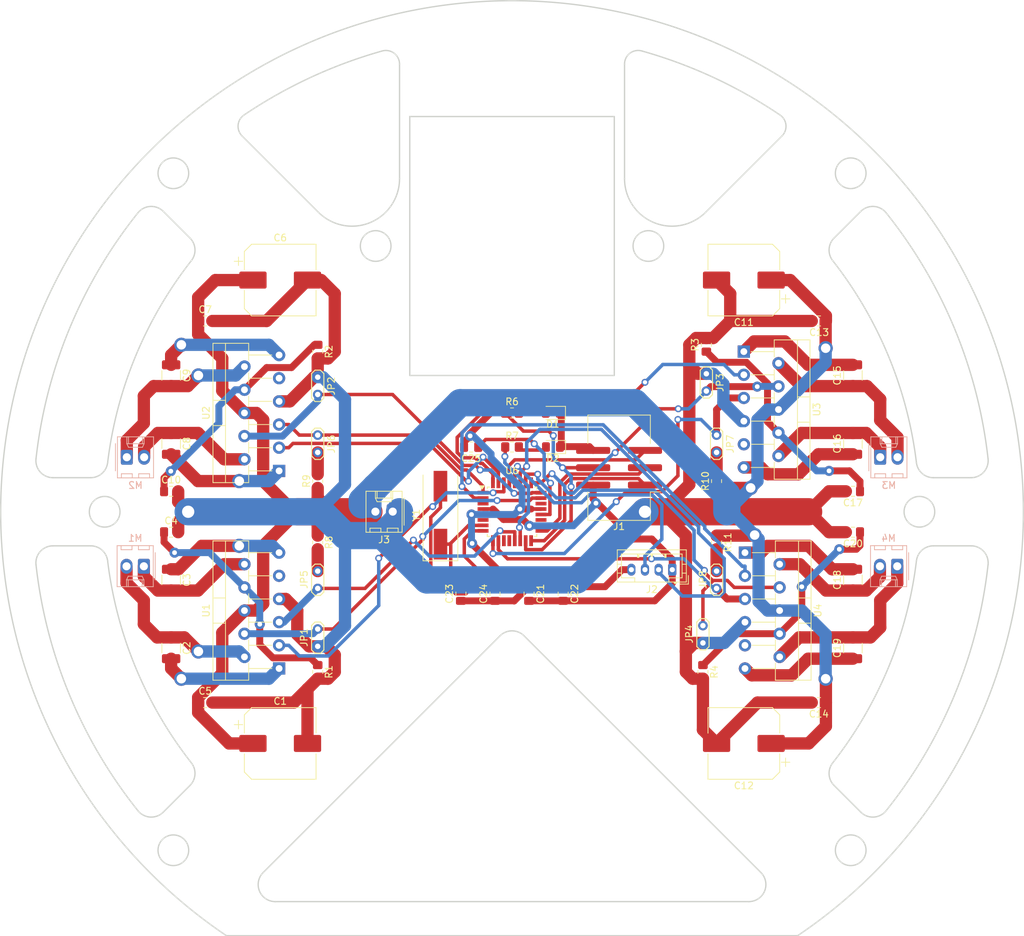
<source format=kicad_pcb>
(kicad_pcb (version 20240108) (generator "pcbnew") (generator_version "8.0")
  (layers (0 "F.Cu" signal) (31 "B.Cu" signal) (34 "B.Paste" user) (35 "F.Paste" user) (36 "B.SilkS" user "B.Silkscreen") (37 "F.SilkS" user "F.Silkscreen") (38 "B.Mask" user) (39 "F.Mask" user) (44 "Edge.Cuts" user))
  (net 0 "")
  (net 1 "+12V")
  (net 2 "Earth")
  (net 3 "Net-(M1-Pin_2)")
  (net 4 "Net-(U1-BOOTSTRAP1)")
  (net 5 "Net-(U1-BOOTSTRAP2)")
  (net 6 "Net-(M1-Pin_1)")
  (net 7 "Net-(U1-CURRENT_SENSE_OUTPUT)")
  (net 8 "Net-(U2-BOOTSTRAP1)")
  (net 10 "Net-(M2-Pin_2)")
  (net 11 "Net-(M2-Pin_1)")
  (net 12 "Net-(U2-BOOTSTRAP2)")
  (net 13 "Net-(U2-CURRENT_SENSE_OUTPUT)")
  (net 14 "Net-(M3-Pin_2)")
  (net 15 "Net-(U3-BOOTSTRAP1)")
  (net 16 "Net-(U3-BOOTSTRAP2)")
  (net 17 "Net-(M3-Pin_1)")
  (net 18 "Net-(U3-CURRENT_SENSE_OUTPUT)")
  (net 19 "Net-(M4-Pin_2)")
  (net 20 "Net-(U4-BOOTSTRAP1)")
  (net 21 "Net-(M4-Pin_1)")
  (net 22 "Net-(U4-BOOTSTRAP2)")
  (net 23 "Net-(U4-CURRENT_SENSE_OUTPUT)")
  (net 24 "+5V")
  (net 25 "Net-(D1-A)")
  (net 26 "Net-(D2-A)")
  (net 27 "Net-(J1-Pin_5)")
  (net 28 "Net-(J1-Pin_1)")
  (net 29 "Net-(J1-Pin_4)")
  (net 30 "Net-(J1-Pin_3)")
  (net 31 "SDA")
  (net 32 "SCL")
  (net 33 "MOTOR_1_BRAKE")
  (net 34 "MOTOR_2_BRAKE")
  (net 35 "MOTOR_3_BRAKE")
  (net 36 "MOTOR_4_BRAKE")
  (net 37 "MOTOR_1_SPEED")
  (net 38 "MOTOR_1_DIR")
  (net 39 "MOTOR_2_DIR")
  (net 40 "MOTOR_2_SPEED")
  (net 42 "MOTOR_3_SPEED")
  (net 43 "MOTOR_3_DIR")
  (net 45 "MOTOR_4_DIR")
  (net 47 "MOTOR_4_SPEED")
  (net 48 "GND")
  (net 49 "Net-(JP5-B)")
  (net 50 "Net-(JP6-B)")
  (net 51 "Net-(JP7-B)")
  (net 52 "Net-(JP8-B)")
  (net 53 "Net-(U6-XTAL1{slash}PB6)")
  (net 54 "Net-(U6-XTAL2{slash}PB7)")
  (net 55 "Net-(U6-AREF)")
  (net 56 "Net-(U6-PB2)")
  (footprint "Connector_IDC:IDC-Header_2x03_P2.54mm_Vertical_SMD" (layer "F.Cu") (at 15.7 -6.46 180)
    (property "Reference" "J1")
    (property "Value" "Conn_02x03_Odd_Even")
  )
  (footprint "Crystal:Crystal_SMD_HC49-SD" (layer "F.Cu") (at -10.5 0.5 90)
    (property "Reference" "Y1")
    (property "Value" "Crystal")
  )
  (footprint "Capacitor_SMD:C_1210_3225Metric_Pad1.33x2.70mm_HandSolder" (layer "F.Cu") (at -50 10 -90)
    (property "Reference" "C3")
    (property "Value" "10nF")
  )
  (footprint "Package_TO_SOT_THT:TO-220-11_P3.4x5.08mm_StaggerOdd_Lead4.85mm_Vertical" (layer "F.Cu") (at -34.165 -6 90)
    (property "Reference" "U2")
    (property "Value" "LMD18200")
  )
  (footprint "Capacitor_SMD:C_1210_3225Metric_Pad1.33x2.70mm_HandSolder" (layer "F.Cu") (at -50 -20 -90)
    (property "Reference" "C9")
    (property "Value" "10nF")
  )
  (footprint "Capacitor_SMD:C_0805_2012Metric_Pad1.18x1.45mm_HandSolder" (layer "F.Cu") (at -2.5 12.0375 90)
    (property "Reference" "C24")
    (property "Value" "22pF")
  )
  (footprint "TestPoint:TestPoint_2Pads_Pitch2.54mm_Drill0.8mm" (layer "F.Cu") (at -28.5 -19.75 -90)
    (property "Reference" "JP2")
    (property "Value" "Jumper_2_Open")
  )
  (footprint "Capacitor_SMD:C_0805_2012Metric_Pad1.18x1.45mm_HandSolder" (layer "F.Cu") (at 50 3 180)
    (property "Reference" "C20")
    (property "Value" "0.1uF")
  )
  (footprint "TestPoint:TestPoint_2Pads_Pitch2.54mm_Drill0.8mm" (layer "F.Cu") (at 28.5 -20.25 -90)
    (property "Reference" "JP3")
    (property "Value" "Jumper_2_Open")
  )
  (footprint "Connector_JST:JST_PH_B4B-PH-K_1x04_P2.00mm_Vertical" (layer "F.Cu") (at 23.5 8.5 180)
    (property "Reference" "J2")
    (property "Value" "Conn_01x04")
  )
  (footprint "Resistor_SMD:R_0805_2012Metric_Pad1.20x1.40mm_HandSolder" (layer "F.Cu") (at -28.5 23.5 -90)
    (property "Reference" "R1")
    (property "Value" "2.7k")
  )
  (footprint "Package_TO_SOT_THT:TO-220-11_P3.4x5.08mm_StaggerOdd_Lead4.85mm_Vertical" (layer "F.Cu") (at 34 -23.5 -90)
    (property "Reference" "U3")
    (property "Value" "LMD18200")
  )
  (footprint "Capacitor_SMD:CP_Elec_10x10" (layer "F.Cu") (at -34 34)
    (property "Reference" "C1")
    (property "Value" "220uF")
  )
  (footprint "Capacitor_SMD:C_0805_2012Metric_Pad1.18x1.45mm_HandSolder" (layer "F.Cu") (at 2.5 12.0375 -90)
    (property "Reference" "C21")
    (property "Value" "100nF")
  )
  (footprint "Capacitor_SMD:C_0805_2012Metric_Pad1.18x1.45mm_HandSolder" (layer "F.Cu") (at -6 -9.5 180)
    (property "Reference" "C25")
    (property "Value" "100nF")
  )
  (footprint "Capacitor_SMD:C_1210_3225Metric_Pad1.33x2.70mm_HandSolder" (layer "F.Cu") (at 50 20 90)
    (property "Reference" "C19")
    (property "Value" "10nF")
  )
  (footprint "Resistor_SMD:R_0805_2012Metric_Pad1.20x1.40mm_HandSolder" (layer "F.Cu") (at 0 -9.5)
    (property "Reference" "R7")
    (property "Value" "330")
  )
  (footprint "TestPoint:TestPoint_2Pads_Pitch2.54mm_Drill0.8mm" (layer "F.Cu") (at -28.5 11.25 90)
    (property "Reference" "JP5")
    (property "Value" "Jumper_2_Open")
  )
  (footprint "Resistor_SMD:R_0805_2012Metric_Pad1.20x1.40mm_HandSolder" (layer "F.Cu") (at 30 4.5 -90)
    (property "Reference" "R11")
    (property "Value" "2.7k")
  )
  (footprint "Capacitor_SMD:C_1210_3225Metric_Pad1.33x2.70mm_HandSolder" (layer "F.Cu") (at -50 -10 -90)
    (property "Reference" "C8")
    (property "Value" "10nF")
  )
  (footprint "TestPoint:TestPoint_2Pads_Pitch2.54mm_Drill0.8mm" (layer "F.Cu") (at 30 -11.25 -90)
    (property "Reference" "JP7")
    (property "Value" "Jumper_2_Open")
  )
  (footprint "TestPoint:TestPoint_2Pads_Pitch2.54mm_Drill0.8mm" (layer "F.Cu") (at -28.5 -11.25 -90)
    (property "Reference" "JP6")
    (property "Value" "Jumper_2_Open")
  )
  (footprint "Capacitor_SMD:C_0805_2012Metric_Pad1.18x1.45mm_HandSolder" (layer "F.Cu") (at -7.5 12.0375 90)
    (property "Reference" "C23")
    (property "Value" "22pF")
  )
  (footprint "Package_TO_SOT_THT:TO-220-11_P3.4x5.08mm_StaggerOdd_Lead4.85mm_Vertical" (layer "F.Cu") (at -34.165 23 90)
    (property "Reference" "U1")
    (property "Value" "LMD18200")
  )
  (footprint "Resistor_SMD:R_0805_2012Metric_Pad1.20x1.40mm_HandSolder" (layer "F.Cu") (at 28.5 -24.5 90)
    (property "Reference" "R3")
    (property "Value" "2.7k")
  )
  (footprint "Capacitor_SMD:C_1210_3225Metric_Pad1.33x2.70mm_HandSolder" (layer "F.Cu") (at -50 20 -90)
    (property "Reference" "C2")
    (property "Value" "10nF")
  )
  (footprint "Resistor_SMD:R_0805_2012Metric_Pad1.20x1.40mm_HandSolder" (layer "F.Cu") (at -28.5 -4.5 90)
    (property "Reference" "R9")
    (property "Value" "2.7k")
  )
  (footprint "Resistor_SMD:R_0805_2012Metric_Pad1.20x1.40mm_HandSolder" (layer "F.Cu") (at 30 -4.5 90)
    (property "Reference" "R10")
    (property "Value" "2.7k")
  )
  (footprint "TestPoint:TestPoint_2Pads_Pitch2.54mm_Drill0.8mm" (layer "F.Cu") (at -28.5 19.75 90)
    (property "Reference" "JP1")
    (property "Value" "Jumper_2_Open")
  )
  (footprint "Package_TO_SOT_THT:TO-220-11_P3.4x5.08mm_StaggerOdd_Lead4.85mm_Vertical" (layer "F.Cu") (at 34.165 6 -90)
    (property "Reference" "U4")
    (property "Value" "LMD18200")
  )
  (footprint "Capacitor_SMD:C_0805_2012Metric_Pad1.18x1.45mm_HandSolder" (layer "F.Cu") (at -50 3)
    (property "Reference" "C4")
    (property "Value" "0.1uF")
  )
  (footprint "Capacitor_SMD:CP_Elec_10x10" (layer "F.Cu") (at -34 -34)
    (property "Reference" "C6")
    (property "Value" "220uF")
  )
  (footprint "Resistor_SMD:R_0805_2012Metric_Pad1.20x1.40mm_HandSolder" (layer "F.Cu") (at -28.5 4.5 -90)
    (property "Reference" "R8")
    (property "Value" "2.7k")
  )
  (footprint "LED_SMD:LED_0805_2012Metric_Pad1.15x1.40mm_HandSolder" (layer "F.Cu") (at 5.975 -14.5 180)
    (property "Reference" "D1")
    (property "Value" "RED_LED")
  )
  (footprint "Capacitor_SMD:C_0805_2012Metric_Pad1.18x1.45mm_HandSolder" (layer "F.Cu") (at 50 -3 180)
    (property "Reference" "C17")
    (property "Value" "0.1uF")
  )
  (footprint "Capacitor_SMD:C_0805_2012Metric_Pad1.18x1.45mm_HandSolder" (layer "F.Cu") (at 45 28 180)
    (property "Reference" "C14")
    (property "Value" "0.1uF")
  )
  (footprint "LED_SMD:LED_0805_2012Metric_Pad1.15x1.40mm_HandSolder" (layer "F.Cu") (at 6 -9.5 180)
    (property "Reference" "D2")
    (property "Value" "GREEN_LED")
  )
  (footprint "Capacitor_SMD:C_0805_2012Metric_Pad1.18x1.45mm_HandSolder" (layer "F.Cu") (at -50 -3)
    (property "Reference" "C10")
    (property "Value" "0.1uF")
  )
  (footprint "Resistor_SMD:R_0805_2012Metric_Pad1.20x1.40mm_HandSolder" (layer "F.Cu") (at 28 23.5 -90)
    (property "Reference" "R4")
    (property "Value" "2.7k")
  )
  (footprint "Resistor_SMD:R_0805_2012Metric_Pad1.20x1.40mm_HandSolder" (layer "F.Cu") (at 0 -14.5)
    (property "Reference" "R6")
    (property "Value" "330")
  )
  (footprint "Capacitor_SMD:CP_Elec_10x10" (layer "F.Cu") (at 34 34 180)
    (property "Reference" "C12")
    (property "Value" "220uF")
  )
  (footprint "Resistor_SMD:R_0805_2012Metric_Pad1.20x1.40mm_HandSolder" (layer "F.Cu") (at -28.5 -23.5 -90)
    (property "Reference" "R2")
    (property "Value" "2.7k")
  )
  (footprint "TestPoint:TestPoint_2Pads_Pitch2.54mm_Drill0.8mm" (layer "F.Cu") (at 28 19.25 90)
    (property "Reference" "JP4")
    (property "Value" "Jumper_2_Open")
  )
  (footprint "Capacitor_SMD:C_0805_2012Metric_Pad1.18x1.45mm_HandSolder" (layer "F.Cu") (at -45 -28)
    (property "Reference" "C7")
    (property "Value" "0.1uF")
  )
  (footprint "Capacitor_SMD:C_0805_2012Metric_Pad1.18x1.45mm_HandSolder" (layer "F.Cu") (at 45 -28 180)
    (property "Reference" "C13")
    (property "Value" "0.1uF")
  )
  (footprint "Capacitor_SMD:C_0805_2012Metric_Pad1.18x1.45mm_HandSolder" (layer "F.Cu") (at 7.5 12.0375 -90)
    (property "Reference" "C22")
    (property "Value" "100nF")
  )
  (footprint "Package_QFP:TQFP-32_7x7mm_P0.8mm" (layer "F.Cu") (at 0 0)
    (property "Reference" "U6")
    (property "Value" "ATmega328PB-A")
  )
  (footprint "Capacitor_SMD:CP_Elec_10x10" (layer "F.Cu") (at 34 -34 180)
    (property "Reference" "C11")
    (property "Value" "220uF")
  )
  (footprint "Capacitor_SMD:C_1210_3225Metric_Pad1.33x2.70mm_HandSolder" (layer "F.Cu") (at 50 10 90)
    (property "Reference" "C18")
    (property "Value" "10nF")
  )
  (footprint "Capacitor_SMD:C_1210_3225Metric_Pad1.33x2.70mm_HandSolder" (layer "F.Cu") (at 50 -20 90)
    (property "Reference" "C15")
    (property "Value" "10nF")
  )
  (footprint "Capacitor_SMD:C_0805_2012Metric_Pad1.18x1.45mm_HandSolder" (layer "F.Cu") (at -45 28)
    (property "Reference" "C5")
    (property "Value" "0.1uF")
  )
  (footprint "TestPoint:TestPoint_2Pads_Pitch2.54mm_Drill0.8mm" (layer "F.Cu") (at 30 11.25 90)
    (property "Reference" "JP8")
    (property "Value" "Jumper_2_Open")
  )
  (footprint "Capacitor_SMD:C_1210_3225Metric_Pad1.33x2.70mm_HandSolder" (layer "F.Cu") (at 50 -10 90)
    (property "Reference" "C16")
    (property "Value" "10nF")
  )
  (footprint "Connector_Molex:Molex_KK-254_AE-6410-02A_1x02_P2.54mm_Vertical" (layer "F.Cu") (at -17.5 -0.02 180)
    (property "Reference" "J3")
    (property "Value" "Conn_01x02_Pin")
  )
  (footprint "Connector_Molex:Molex_KK-254_AE-6410-02A_1x02_P2.54mm_Vertical" (layer "B.Cu") (at 56.5 8 180)
    (property "Reference" "M4")
    (property "Value" "Conn_01x02_Pin")
  )
  (footprint "Connector_Molex:Molex_KK-254_AE-6410-02A_1x02_P2.54mm_Vertical" (layer "B.Cu") (at 54 -8)
    (property "Reference" "M3")
    (property "Value" "Conn_01x02_Pin")
  )
  (footprint "Connector_Molex:Molex_KK-254_AE-6410-02A_1x02_P2.54mm_Vertical" (layer "B.Cu") (at -56.5 -8)
    (property "Reference" "M2")
    (property "Value" "Conn_01x02_Pin")
  )
  (footprint "Connector_Molex:Molex_KK-254_AE-6410-02A_1x02_P2.54mm_Vertical" (layer "B.Cu") (at -54 8 180)
    (property "Reference" "M1")
    (property "Value" "Conn_01x02_Pin")
  )
  (gr_line (start 51.139968 44.068868) (end 51.155132 44.084032) (stroke (width 0.2)) (layer "Edge.Cuts"))
  (gr_arc (start 59.314752 7.198798) (mid 55.201798 22.865345) (end 47.03217 36.851561) (stroke (width 0.2)) (layer "Edge.Cuts"))
  (gr_arc (start -47.032234 36.851478) (mid -55.201802 22.865335) (end -59.314742 7.198881) (stroke (width 0.2)) (layer "Edge.Cuts"))
  (gr_arc (start -54.868136 43.869694) (mid -64.902537 26.883511) (end -69.818189 7.777078) (stroke (width 0.2)) (layer "Edge.Cuts"))
  (gr_line (start -16.5 -48.876101) (end -16.5 -65.694802) (stroke (width 0.2)) (layer "Edge.Cuts"))
  (gr_arc (start -47.032227 36.851594) (mid -46.504657 38.544377) (end -47.240095 40.168995) (stroke (width 0.2)) (layer "Edge.Cuts"))
  (gr_line (start -67.333601 5) (end -61.796502 5) (stroke (width 0.2)) (layer "Edge.Cuts"))
  (gr_arc (start -34.7331 57.21) (mid -37.042799 55.666709) (end -36.493267 52.934667) (stroke (width 0.2)) (layer "Edge.Cuts"))
  (gr_arc (start -54.867903 -43.869899) (mid -53.053895 -44.804855) (end -51.147533 -44.076467) (stroke (width 0.2)) (layer "Edge.Cuts"))
  (gr_line (start 1.767769 18.209201) (end 36.508595 52.949995) (stroke (width 0.2)) (layer "Edge.Cuts"))
  (gr_arc (start -59.314742 -7.198881) (mid -55.201802 -22.865335) (end -47.032234 -36.851478) (stroke (width 0.2)) (layer "Edge.Cuts"))
  (gr_arc (start -67.333602 -5) (mid -69.19665 -5.832953) (end -69.818233 -7.776764) (stroke (width 0.2)) (layer "Edge.Cuts"))
  (gr_arc (start -41.891706 62.210007) (mid 0 -75) (end 41.891708 62.21) (stroke (width 0.2)) (layer "Edge.Cuts"))
  (gr_line (start 51.139968 44.068868) (end 47.224768 40.153668) (stroke (width 0.2)) (layer "Edge.Cuts"))
  (gr_arc (start 39.303047 -58.226596) (mid 40.174924 -56.760254) (end 39.592142 -55.148542) (stroke (width 0.2)) (layer "Edge.Cuts"))
  (gr_arc (start 19.042139 -67.619963) (mid 29.548236 -63.733541) (end 39.303019 -58.226585) (stroke (width 0.2)) (layer "Edge.Cuts"))
  (gr_circle (center 59.75 0) (end 62 0) (stroke (width 0.2)) (fill none) (layer "Edge.Cuts"))
  (gr_line (start 67.3336 5) (end 61.7965 5) (stroke (width 0.2)) (layer "Edge.Cuts"))
  (gr_circle (center 49.6743 -49.6743) (end 51.9243 -49.6743) (stroke (width 0.2)) (fill none) (layer "Edge.Cuts"))
  (gr_line (start 16.5 -48.8761) (end 16.5 -65.6948) (stroke (width 0.2)) (layer "Edge.Cuts"))
  (gr_line (start -51.147495 44.076505) (end -47.240095 40.168995) (stroke (width 0.2)) (layer "Edge.Cuts"))
  (gr_arc (start 67.3336 5) (mid 69.196646 5.832949) (end 69.818234 7.776753) (stroke (width 0.2)) (layer "Edge.Cuts"))
  (gr_line (start -41.8917 62.21) (end 41.891708 62.21) (stroke (width 0.2)) (layer "Edge.Cuts"))
  (gr_arc (start 61.7965 -5) (mid 60.138643 -5.628768) (end 59.314712 -7.198792) (stroke (width 0.2)) (layer "Edge.Cuts"))
  (gr_arc (start -59.314711 -7.198795) (mid -60.138642 -5.628769) (end -61.796501 -5) (stroke (width 0.2)) (layer "Edge.Cuts"))
  (gr_rect (start -15 -58) (end 15 -20) (stroke (width 0.2)) (fill none) (layer "Edge.Cuts"))
  (gr_arc (start -51.147495 44.076505) (mid -53.054051 44.804901) (end -54.868136 43.869694) (stroke (width 0.2)) (layer "Edge.Cuts"))
  (gr_line (start -67.333602 -5) (end -61.796501 -5) (stroke (width 0.2)) (layer "Edge.Cuts"))
  (gr_line (start -39.592143 -55.148543) (end -28.393423 -43.949723) (stroke (width 0.2)) (layer "Edge.Cuts"))
  (gr_arc (start 69.818234 -7.776753) (mid 69.196646 -5.832949) (end 67.3336 -5) (stroke (width 0.2)) (layer "Edge.Cuts"))
  (gr_arc (start 36.508595 52.949995) (mid 37.042799 55.666709) (end 34.7331 57.21) (stroke (width 0.2)) (layer "Edge.Cuts"))
  (gr_circle (center -49.6743 49.6743) (end -47.4243 49.6743) (stroke (width 0.2)) (fill none) (layer "Edge.Cuts"))
  (gr_circle (center -59.75 0) (end -57.5 0) (stroke (width 0.2)) (fill none) (layer "Edge.Cuts"))
  (gr_arc (start 54.867894 43.869908) (mid 53.059242 44.804551) (end 51.155132 44.084032) (stroke (width 0.2)) (layer "Edge.Cuts"))
  (gr_arc (start 47.032224 -36.851597) (mid 46.504657 -38.544379) (end 47.224445 -40.153345) (stroke (width 0.2)) (layer "Edge.Cuts"))
  (gr_arc (start -47.224603 -40.153503) (mid -46.504657 -38.544377) (end -47.032227 -36.851594) (stroke (width 0.2)) (layer "Edge.Cuts"))
  (gr_circle (center 49.6743 49.6743) (end 51.9243 49.6743) (stroke (width 0.2)) (fill none) (layer "Edge.Cuts"))
  (gr_arc (start -39.302588 -58.226824) (mid -29.547993 -63.733607) (end -19.042121 -67.619923) (stroke (width 0.2)) (layer "Edge.Cuts"))
  (gr_arc (start 54.867916 -43.869983) (mid 64.902536 -26.883533) (end 69.818233 -7.776753) (stroke (width 0.2)) (layer "Edge.Cuts"))
  (gr_arc (start 16.5 -65.6948) (mid 17.292575 -67.289204) (end 19.042125 -67.619924) (stroke (width 0.2)) (layer "Edge.Cuts"))
  (gr_arc (start -61.796502 5) (mid -60.138642 5.628769) (end -59.314711 7.198795) (stroke (width 0.2)) (layer "Edge.Cuts"))
  (gr_arc (start 47.03217 -36.851561) (mid 55.201798 -22.865345) (end 59.314752 -7.198798) (stroke (width 0.2)) (layer "Edge.Cuts"))
  (gr_arc (start -16.50002 -48.876101) (mid -20.800852 -42.43945) (end -28.393423 -43.949723) (stroke (width 0.2)) (layer "Edge.Cuts"))
  (gr_arc (start 59.314712 7.198792) (mid 60.138643 5.628768) (end 61.7965 5) (stroke (width 0.2)) (layer "Edge.Cuts"))
  (gr_arc (start -19.042121 -67.619924) (mid -17.292568 -67.289199) (end -16.5 -65.694802) (stroke (width 0.2)) (layer "Edge.Cuts"))
  (gr_arc (start 47.224768 40.153668) (mid 46.504657 38.544379) (end 47.032224 36.851597) (stroke (width 0.2)) (layer "Edge.Cuts"))
  (gr_arc (start 51.155296 -44.084196) (mid 53.053889 -44.804856) (end 54.867895 -43.869909) (stroke (width 0.2)) (layer "Edge.Cuts"))
  (gr_arc (start -39.592143 -55.148543) (mid -40.174925 -56.760261) (end -39.303036 -58.226604) (stroke (width 0.2)) (layer "Edge.Cuts"))
  (gr_line (start 67.3336 -5) (end 61.7965 -5) (stroke (width 0.2)) (layer "Edge.Cuts"))
  (gr_circle (center -49.6743 -49.6743) (end -47.4243 -49.6743) (stroke (width 0.2)) (fill none) (layer "Edge.Cuts"))
  (gr_arc (start -69.818233 7.776764) (mid -69.19665 5.832953) (end -67.333601 5) (stroke (width 0.2)) (layer "Edge.Cuts"))
  (gr_line (start 34.7331 57.21) (end -34.733102 57.21) (stroke (width 0.2)) (layer "Edge.Cuts"))
  (gr_line (start -51.1476 -44.0765) (end -47.224603 -40.153503) (stroke (width 0.2)) (layer "Edge.Cuts"))
  (gr_line (start 28.393422 -43.949722) (end 39.592142 -55.148542) (stroke (width 0.2)) (layer "Edge.Cuts"))
  (gr_arc (start -69.818189 -7.777078) (mid -64.902537 -26.883511) (end -54.86814 -43.86969) (stroke (width 0.2)) (layer "Edge.Cuts"))
  (gr_arc (start -1.778307 18.219802) (mid -0.007474 17.476957) (end 1.767769 18.209201) (stroke (width 0.2)) (layer "Edge.Cuts"))
  (gr_line (start 51.155296 -44.084196) (end 47.224445 -40.153345) (stroke (width 0.2)) (layer "Edge.Cuts"))
  (gr_circle (center -20 -39) (end -17.75 -39) (stroke (width 0.2)) (fill none) (layer "Edge.Cuts"))
  (gr_circle (center 20 -39) (end 22.25 -39) (stroke (width 0.2)) (fill none) (layer "Edge.Cuts"))
  (gr_arc (start 69.818226 7.776749) (mid 64.90253 26.883528) (end 54.86791 43.869978) (stroke (width 0.2)) (layer "Edge.Cuts"))
  (gr_arc (start 28.393422 -43.949722) (mid 20.800852 -42.43945) (end 16.500019 -48.8761) (stroke (width 0.2)) (layer "Edge.Cuts"))
  (gr_line (start -36.493267 52.934667) (end -1.77834 18.21977) (stroke (width 0.2)) (layer "Edge.Cuts"))
  (segment (start -39.245 14.5) (end -42.5 17.755) (width 1.8) (layer "F.Cu") (net 1))
  (segment (start -42.5 23.7091) (end -46.0375 27.2466) (width 1.8) (layer "F.Cu") (net 1))
  (segment (start 46.0375 28) (end 46.0375 24.5375) (width 1.8) (layer "F.Cu") (net 1))
  (segment (start -36.5 5) (end -36.5 13.5) (width 1.8) (layer "F.Cu") (net 1))
  (segment (start -31.5 0) (end -32 0) (width 1.8) (layer "F.Cu") (net 1))
  (segment (start -46.0375 -31.4625) (end -46.0375 -28) (width 1.8) (layer "F.Cu") (net 1))
  (segment (start -20.98 -0.02) (end -21 0) (width 2.032) (layer "F.Cu") (net 1))
  (segment (start -37.5 14.5) (end -39.245 14.5) (width 1.8) (layer "F.Cu") (net 1))
  (segment (start -36.5 -4.5) (end -36.5 -13.5) (width 1.8) (layer "F.Cu") (net 1))
  (segment (start -36.5 13.5) (end -37.5 14.5) (width 1.8) (layer "F.Cu") (net 1))
  (segment (start 46.0375 -28.7534) (end 40.7909 -34) (width 1.8) (layer "F.Cu") (net 1))
  (segment (start -28.5 2) (end -28.5 3.5) (width 1.8) (layer "F.Cu") (net 1))
  (segment (start -21 0) (end -26.5 0) (width 4) (layer "F.Cu") (net 1))
  (segment (start -36.5 -13.5) (end -37.5 -14.5) (width 1.8) (layer "F.Cu") (net 1))
  (segment (start -46.0375 29.4625) (end -41.5 34) (width 1.8) (layer "F.Cu") (net 1))
  (segment (start -42.5 -17.755) (end -39.245 -14.5) (width 1.8) (layer "F.Cu") (net 1))
  (segment (start -37.5 -14.5) (end -39.245 -14.5) (width 1.8) (layer "F.Cu") (net 1))
  (segment (start -46.0375 27.2466) (end -46.0375 28) (width 1.8) (layer "F.Cu") (net 1))
  (segment (start 40.7909 -34) (end 38 -34) (width 1.8) (layer "F.Cu") (net 1))
  (segment (start -38 -34) (end -43.5 -34) (width 1.8) (layer "F.Cu") (net 1))
  (segment (start -28.5 -3.5) (end -28.5 -2) (width 1.8) (layer "F.Cu") (net 1))
  (segment (start 46 -27.9625) (end 46.0375 -28) (width 1.8) (layer "F.Cu") (net 1))
  (segment (start 46.0375 24.5375) (end 46 24.5) (width 1.8) (layer "F.Cu") (net 1))
  (segment (start -20.04 -0.02) (end -20.98 -0.02) (width 2.032) (layer "F.Cu") (net 1))
  (segment (start -32 0) (end -36.5 -4.5) (width 1.8) (layer "F.Cu") (net 1))
  (segment (start -26.5 0) (end -31.5 0) (width 4) (layer "F.Cu") (net 1))
  (segment (start 35 -3.5) (end 30 -3.5) (width 1.8) (layer "F.Cu") (net 1))
  (segment (start 38 34) (end 43.5 34) (width 1.8) (layer "F.Cu") (net 1))
  (segment (start -46.0375 28) (end -46.0375 29.4625) (width 1.8) (layer "F.Cu") (net 1))
  (segment (start -31.5 0) (end -36.5 5) (width 1.8) (layer "F.Cu") (net 1))
  (segment (start -41.5 34) (end -38 34) (width 1.8) (layer "F.Cu") (net 1))
  (segment (start -43.5 -34) (end -46.0375 -31.4625) (width 1.8) (layer "F.Cu") (net 1))
  (segment (start -46.0375 -28) (end -46.0375 -26.0375) (width 1.8) (layer "F.Cu") (net 1))
  (segment (start -26.5 0) (end -28.5 2) (width 1.8) (layer "F.Cu") (net 1))
  (segment (start -28.5 -2) (end -26.5 0) (width 1.8) (layer "F.Cu") (net 1))
  (segment (start -46.0375 -26.0375) (end -42.5 -22.5) (width 1.8) (layer "F.Cu") (net 1))
  (segment (start -42.5 -22.5) (end -42.5 -17.755) (width 1.8) (layer "F.Cu") (net 1))
  (segment (start 35.5 3.5) (end 30 3.5) (width 1.8) (layer "F.Cu") (net 1))
  (segment (start 35.5825 3.4175) (end 35.5 3.5) (width 1.8) (layer "F.Cu") (net 1))
  (segment (start 46 -24) (end 46 -27.9625) (width 1.8) (layer "F.Cu") (net 1))
  (segment (start 43.5 34) (end 46.0375 31.4625) (width 1.8) (layer "F.Cu") (net 1))
  (segment (start 46.0375 31.4625) (end 46.0375 28) (width 1.8) (layer "F.Cu") (net 1))
  (segment (start -42.5 17.755) (end -42.5 23.7091) (width 1.8) (layer "F.Cu") (net 1))
  (segment (start 46.0375 -28) (end 46.0375 -28.7534) (width 1.8) (layer "F.Cu") (net 1))
  (via (at 35.5825 3.4175) (size 2.0956) (drill 1.397) (layers "F.Cu" "B.Cu") (net 1))
  (via (at 46 -24) (size 2.0956) (drill 1.397) (layers "F.Cu" "B.Cu") (net 1))
  (via (at 35 -3.5) (size 2.0956) (drill 1.397) (layers "F.Cu" "B.Cu") (net 1))
  (via (at 46 24.5) (size 2.0956) (drill 1.397) (layers "F.Cu" "B.Cu") (net 1))
  (segment (start -20.04 -0.02) (end -20.04 -3.5759) (width 1.8) (layer "B.Cu") (net 1))
  (segment (start 36 -13.5) (end 37.5 -15) (width 1.8) (layer "B.Cu") (net 1))
  (segment (start 36.165 4) (end 36.165 13.165) (width 1.8) (layer "B.Cu") (net 1))
  (segment (start 35.5825 3.4175) (end 36.165 4) (width 1.8) (layer "B.Cu") (net 1))
  (segment (start 18 -16) (end -7.6159 -16) (width 4) (layer "B.Cu") (net 1))
  (segment (start -21.5 -2.1159) (end -21.98 -1.6359) (width 4) (layer "B.Cu") (net 1))
  (segment (start 46 24.5) (end 46 18) (width 1.8) (layer "B.Cu") (net 1))
  (segment (start -21.98 -1.6359) (end -21.5 -2.1159) (width 1.8) (layer "B.Cu") (net 1))
  (segment (start -20.04 -3.5759) (end -21.5 -2.1159) (width 4) (layer "B.Cu") (net 1))
  (segment (start -20.04 -3.5759) (end -20 -3.6159) (width 1.8) (layer "B.Cu") (net 1))
  (segment (start 35 -3.5) (end 36 -4.5) (width 1.8) (layer "B.Cu") (net 1))
  (segment (start 31.5 0) (end 35 -3.5) (width 1.8) (layer "B.Cu") (net 1))
  (segment (start -20 -3.6159) (end -20.04 -3.5759) (width 4) (layer "B.Cu") (net 1))
  (segment (start 37.5 -15) (end 39.08 -15) (width 1.8) (layer "B.Cu") (net 1))
  (segment (start -20.04 -0.02) (end -21.98 -0.02) (width 1.8) (layer "B.Cu") (net 1))
  (segment (start 32.165 0) (end 31.5 0) (width 1.8) (layer "B.Cu") (net 1))
  (segment (start 42.5 14.5) (end 39.245 14.5) (width 1.8) (layer "B.Cu") (net 1))
  (segment (start -20 -3.6159) (end -20.04 -3.5759) (width 4) (layer "B.Cu") (net 1))
  (segment (start 36 -4.5) (end 36 -13.5) (width 1.8) (layer "B.Cu") (net 1))
  (segment (start 35.5825 3.4175) (end 32.165 0) (width 1.8) (layer "B.Cu") (net 1))
  (segment (start 36.165 13.165) (end 37.5 14.5) (width 1.8) (layer "B.Cu") (net 1))
  (segment (start -7.6159 -16) (end -20 -3.6159) (width 4) (layer "B.Cu") (net 1))
  (segment (start -21.98 -0.02) (end -21.98 -1) (width 1.8) (layer "B.Cu") (net 1))
  (segment (start 46 -21.92) (end 46 -24) (width 1.8) (layer "B.Cu") (net 1))
  (segment (start 37.5 14.5) (end 39.245 14.5) (width 1.8) (layer "B.Cu") (net 1))
  (segment (start -21.98 -1.6359) (end -21.98 -1) (width 4) (layer "B.Cu") (net 1))
  (segment (start 39.08 -15) (end 46 -21.92) (width 1.8) (layer "B.Cu") (net 1))
  (segment (start 31.5 -2.5) (end 18 -16) (width 4) (layer "B.Cu") (net 1))
  (segment (start 46 18) (end 42.5 14.5) (width 1.8) (layer "B.Cu") (net 1))
  (segment (start 31.5 0) (end 31.5 -2.5) (width 4) (layer "B.Cu") (net 1))
  (segment (start 26 -21.5) (end 26 -4) (width 1.8) (layer "F.Cu") (net 2))
  (segment (start -31.5 18) (end -31.5 14.5) (width 1.8) (layer "F.Cu") (net 2))
  (segment (start 28.5 -25.5) (end 27 -25.5) (width 1.8) (layer "F.Cu") (net 2))
  (segment (start -27 24.5) (end -26 23.5) (width 1.8) (layer "F.Cu") (net 2))
  (segment (start 22 0) (end 19.5 0) (width 1.8) (layer "F.Cu") (net 2))
  (segment (start 29.5 -25.5) (end 28.5 -25.5) (width 1.8) (layer "F.Cu") (net 2))
  (segment (start -28.5 -19.75) (end -29.05 -19.75) (width 1.8) (layer "F.Cu") (net 2))
  (segment (start -32 28) (end -30 26) (width 1.8) (layer "F.Cu") (net 2))
  (segment (start 27.25 -20.25) (end 28.5 -20.25) (width 1.8) (layer "F.Cu") (net 2))
  (segment (start 30 34) (end 36 28) (width 1.8) (layer "F.Cu") (net 2))
  (segment (start 43.9625 -28) (end 32 -28) (width 1.8) (layer "F.Cu") (net 2))
  (segment (start 25.5 23.5) (end 25.5 20.5) (width 1.8) (layer "F.Cu") (net 2))
  (segment (start 43.5 0) (end 46.5 3) (width 1.8) (layer "F.Cu") (net 2))
  (segment (start -31.5 14.5) (end -33.2 12.8) (width 1.8) (layer "F.Cu") (net 2))
  (segment (start 43.5 0) (end 46.5 -3) (width 1.8) (layer "F.Cu") (net 2))
  (segment (start -30 34) (end -30 26) (width 1.8) (layer "F.Cu") (net 2))
  (segment (start -26 -23.5) (end -26 -32) (width 1.8) (layer "F.Cu") (net 2))
  (segment (start 26 -24.5) (end 26 -21.5) (width 1.8) (layer "F.Cu") (net 2))
  (segment (start -27.25 19.75) (end -28.5 19.75) (width 1.8) (layer "F.Cu") (net 2))
  (segment (start 25.5 20.5) (end 25.5 3.5) (width 1.8) (layer "F.Cu") (net 2))
  (segment (start -28.5 24.5) (end -27 24.5) (width 1.8) (layer "F.Cu") (net 2))
  (segment (start 32 -32) (end 30 -34) (width 1.8) (layer "F.Cu") (net 2))
  (segment (start 28 32) (end 30 34) (width 1.8) (layer "F.Cu") (net 2))
  (segment (start -28.5 -22.5) (end -27 -22.5) (width 1.8) (layer "F.Cu") (net 2))
  (segment (start 19.5 0) (end 22 0) (width 4) (layer "F.Cu") (net 2))
  (segment (start -29.05 -19.75) (end -32.6 -16.2) (width 1.8) (layer "F.Cu") (net 2))
  (segment (start -30 26) (end -28.5 24.5) (width 1.8) (layer "F.Cu") (net 2))
  (segment (start 36 28) (end 43.9625 28) (width 1.8) (layer "F.Cu") (net 2))
  (segment (start 27 -25.5) (end 26 -24.5) (width 1.8) (layer "F.Cu") (net 2))
  (segment (start -26 23.5) (end -26 21) (width 1.8) (layer "F.Cu") (net 2))
  (segment (start 46.5 3) (end 48.9625 3) (width 1.8) (layer "F.Cu") (net 2))
  (segment (start -29.75 19.75) (end -31.5 18) (width 1.8) (layer "F.Cu") (net 2))
  (segment (start -48.9625 3) (end -48.9625 1.4625) (width 1.8) (layer "F.Cu") (net 2))
  (segment (start 46.5 -3) (end 48.9625 -3) (width 1.8) (layer "F.Cu") (net 2))
  (segment (start 26.5 24.5) (end 25.5 23.5) (width 1.8) (layer "F.Cu") (net 2))
  (segment (start 32 -28) (end 29.5 -25.5) (width 1.8) (layer "F.Cu") (net 2))
  (segment (start 22 0) (end 43.5 0) (width 4) (layer "F.Cu") (net 2))
  (segment (start 26 -4) (end 22 0) (width 1.8) (layer "F.Cu") (net 2))
  (segment (start -26 21) (end -27.25 19.75) (width 1.8) (layer "F.Cu") (net 2))
  (segment (start -27 -22.5) (end -26 -23.5) (width 1.8) (layer "F.Cu") (net 2))
  (segment (start 28 24.5) (end 26.5 24.5) (width 1.8) (layer "F.Cu") (net 2))
  (segment (start -26 -32) (end -28 -34) (width 1.8) (layer "F.Cu") (net 2))
  (segment (start 26.75 19.25) (end 28 19.25) (width 1.8) (layer "F.Cu") (net 2))
  (segment (start -43.9625 -28) (end -36 -28) (width 1.8) (layer "F.Cu") (net 2))
  (segment (start -32.6 -16.2) (end -34.165 -16.2) (width 1.8) (layer "F.Cu") (net 2))
  (segment (start -28.5 19.75) (end -29.75 19.75) (width 1.8) (layer "F.Cu") (net 2))
  (segment (start -48.9625 -3) (end -48.9625 -1.4625) (width 1.8) (layer "F.Cu") (net 2))
  (segment (start 25.5 20.5) (end 26.75 19.25) (width 1.8) (layer "F.Cu") (net 2))
  (segment (start -28.5 -22.5) (end -28.5 -19.75) (width 1.8) (layer "F.Cu") (net 2))
  (segment (start 26 -21.5) (end 27.25 -20.25) (width 1.8) (layer "F.Cu") (net 2))
  (segment (start -28 -34) (end -30 -34) (width 1.8) (layer "F.Cu") (net 2))
  (segment (start 32 -28) (end 32 -32) (width 1.8) (layer "F.Cu") (net 2))
  (segment (start -33.2 12.8) (end -34.165 12.8) (width 1.8) (layer "F.Cu") (net 2))
  (segment (start -48.9625 1.4625) (end -47.5 0) (width 1.8) (layer "F.Cu") (net 2))
  (segment (start -43.9625 28) (end -32 28) (width 1.8) (layer "F.Cu") (net 2))
  (segment (start -48.9625 -1.4625) (end -47.5 0) (width 1.8) (layer "F.Cu") (net 2))
  (segment (start -36 -28) (end -30 -34) (width 1.8) (layer "F.Cu") (net 2))
  (segment (start 28 24.5) (end 28 32) (width 1.8) (layer "F.Cu") (net 2))
  (segment (start 25.5 3.5) (end 22 0) (width 1.8) (layer "F.Cu") (net 2))
  (via (at -47.5 0) (size 2.5) (drill 1.8) (layers "F.Cu" "B.Cu") (net 2))
  (via (at 19.5 0) (size 2.5) (drill 1.8) (layers "F.Cu" "B.Cu") (net 2))
  (segment (start -24.5 -4) (end -24.5 -16.5) (width 1.8) (layer "B.Cu") (net 2))
  (segment (start 33.7 -13.3) (end 34 -13.3) (width 1.8) (layer "B.Cu") (net 2))
  (segment (start -28 0) (end -28 -0.5) (width 1.8) (layer "B.Cu") (net 2))
  (segment (start 31 -18.7399) (end 31 -16) (width 1.8) (layer "B.Cu") (net 2))
  (segment (start 31 -16) (end 33.7 -13.3) (width 1.8) (layer "B.Cu") (net 2))
  (segment (start 31.115 19.25) (end 34.165 16.2) (width 1.8) (layer "B.Cu") (net 2))
  (segment (start 28 19.25) (end 31.115 19.25) (width 1.8) (layer "B.Cu") (net 2))
  (segment (start -24.5 3.5) (end -24.5 16.7399) (width 1.8) (layer "B.Cu") (net 2))
  (segment (start -12.4934 10) (end 9.5 10) (width 4) (layer "B.Cu") (net 2))
  (segment (start -28 0) (end -47.5 0) (width 4) (layer "B.Cu") (net 2))
  (segment (start -27.75 -19.75) (end -28.5 -19.75) (width 1.8) (layer "B.Cu") (net 2))
  (segment (start 29.4899 -20.25) (end 31 -18.7399) (width 1.8) (layer "B.Cu") (net 2))
  (segment (start -16.5 0) (end -16.5 1.0066) (width 4) (layer "B.Cu") (net 2))
  (segment (start -28 -0.5) (end -24.5 -4) (width 1.8) (layer "B.Cu") (net 2))
  (segment (start -27.5101 19.75) (end -28.5 19.75) (width 1.8) (layer "B.Cu") (net 2))
  (segment (start -18.9934 3.5) (end -12.4934 10) (width 4) (layer "B.Cu") (net 2))
  (segment (start -24.5 3.5) (end -28 0) (width 4) (layer "B.Cu") (net 2))
  (segment (start -24.5 16.7399) (end -27.5101 19.75) (width 1.8) (layer "B.Cu") (net 2))
  (segment (start -24.5 -16.5) (end -27.75 -19.75) (width 1.8) (layer "B.Cu") (net 2))
  (segment (start 9.5 10) (end 19.5 0) (width 4) (layer "B.Cu") (net 2))
  (segment (start -16.5 1.0066) (end -18.9934 3.5) (width 4) (layer "B.Cu") (net 2))
  (segment (start -16.52 -0.02) (end -16.5 0) (width 1.8) (layer "B.Cu") (net 2))
  (segment (start -17.5 -0.02) (end -16.52 -0.02) (width 1.8) (layer "B.Cu") (net 2))
  (segment (start -18.9934 3.5) (end -24.5 3.5) (width 4) (layer "B.Cu") (net 2))
  (segment (start 28.5 -20.25) (end 29.4899 -20.25) (width 1.8) (layer "B.Cu") (net 2))
  (segment (start -56.54 8) (end -56.54 10.46) (width 1.8) (layer "F.Cu") (net 3))
  (segment (start -50 18.4375) (end -52.0625 18.4375) (width 1.8) (layer "F.Cu") (net 3))
  (segment (start -54 13) (end -54 16.5) (width 1.8) (layer "F.Cu") (net 3))
  (segment (start -56.54 10.46) (end -54 13) (width 1.8) (layer "F.Cu") (net 3))
  (segment (start -46 20.5) (end -48.0625 18.4375) (width 1.8) (layer "F.Cu") (net 3))
  (segment (start -48.0625 18.4375) (end -50 18.4375) (width 1.8) (layer "F.Cu") (net 3))
  (segment (start -52.0625 18.4375) (end -54 16.5) (width 1.8) (layer "F.Cu") (net 3))
  (via (at -46 20.5) (size 2.0956) (drill 1.397) (layers "F.Cu" "B.Cu") (net 3))
  (segment (start -46 20.5) (end -40.045 20.5) (width 1.8) (layer "B.Cu") (net 3))
  (segment (start -40.045 20.5) (end -39.245 21.3) (width 1.8) (layer "B.Cu") (net 3))
  (segment (start -50 23) (end -48.5 24.5) (width 1.8) (layer "F.Cu") (net 4))
  (segment (start -50 21.5625) (end -50 23) (width 1.8) (layer "F.Cu") (net 4))
  (via (at -48.5 24.5) (size 2.0956) (drill 1.397) (layers "F.Cu" "B.Cu") (net 4))
  (segment (start -35.665 24.5) (end -34.165 23) (width 1.8) (layer "B.Cu") (net 4))
  (segment (start -48.5 24.5) (end -35.665 24.5) (width 1.8) (layer "B.Cu") (net 4))
  (segment (start -48.9375 8.4375) (end -50 8.4375) (width 1.8) (layer "F.Cu") (net 5))
  (segment (start -45.5 5) (end -48.9375 8.4375) (width 1.8) (layer "F.Cu") (net 5))
  (segment (start -40 5) (end -45.5 5) (width 1.8) (layer "F.Cu") (net 5))
  (via (at -40 5) (size 2.0956) (drill 1.397) (layers "F.Cu" "B.Cu") (net 5))
  (segment (start -40 5) (end -35.165 5) (width 1.8) (layer "B.Cu") (net 5))
  (segment (start -35.165 5) (end -34.165 6) (width 1.8) (layer "B.Cu") (net 5))
  (segment (start -46.0625 11.5625) (end -42.2 7.7) (width 1.8) (layer "F.Cu") (net 6))
  (segment (start -51.9375 11.5625) (end -54 9.5) (width 1.8) (layer "F.Cu") (net 6))
  (segment (start -50 11.5625) (end -46.0625 11.5625) (width 1.8) (layer "F.Cu") (net 6))
  (segment (start -42.2 7.7) (end -39.245 7.7) (width 1.8) (layer "F.Cu") (net 6))
  (segment (start -50 11.5625) (end -51.9375 11.5625) (width 1.8) (layer "F.Cu") (net 6))
  (segment (start -54 9.5) (end -54 8) (width 1.8) (layer "F.Cu") (net 6))
  (segment (start -37 19.5) (end -35.0604 21.4396) (width 1.016) (layer "F.Cu") (net 7))
  (segment (start -29.5604 21.4396) (end -28.5 22.5) (width 1.016) (layer "F.Cu") (net 7))
  (segment (start -35.0604 21.4396) (end -29.5604 21.4396) (width 1.016) (layer "F.Cu") (net 7))
  (segment (start -51.0375 4.4625) (end -49.5 6) (width 1.016) (layer "F.Cu") (net 7))
  (segment (start -37 16.5) (end -37 19.5) (width 1.016) (layer "F.Cu") (net 7))
  (segment (start -51.0375 3) (end -51.0375 4.4625) (width 1.016) (layer "F.Cu") (net 7))
  (via (at -37 16.5) (size 1.4776) (drill 0.6985) (layers "F.Cu" "B.Cu") (net 7))
  (via (at -49.5 6) (size 1.4776) (drill 0.6985) (layers "F.Cu" "B.Cu") (net 7))
  (segment (start -44.345 6) (end -39.245 11.1) (width 1.016) (layer "B.Cu") (net 7))
  (segment (start -37 13.345) (end -37 16.5) (width 1.016) (layer "B.Cu") (net 7))
  (segment (start -49.5 6) (end -44.345 6) (width 1.016) (layer "B.Cu") (net 7))
  (segment (start -39.245 11.1) (end -37 13.345) (width 1.016) (layer "B.Cu") (net 7))
  (segment (start -50 -8.4375) (end -46.0625 -4.5) (width 1.8) (layer "F.Cu") (net 8))
  (segment (start -46.0625 -4.5) (end -40 -4.5) (width 1.8) (layer "F.Cu") (net 8))
  (via (at -40 -4.5) (size 2.0956) (drill 1.397) (layers "F.Cu" "B.Cu") (net 8))
  (segment (start -35.665 -4.5) (end -34.165 -6) (width 1.8) (layer "B.Cu") (net 8))
  (segment (start -40 -4.5) (end -35.665 -4.5) (width 1.8) (layer "B.Cu") (net 8))
  (segment (start -42.2 -7.7) (end -39.245 -7.7) (width 1.8) (layer "F.Cu") (net 10))
  (segment (start -50 -11.5625) (end -51.9375 -11.5625) (width 1.8) (layer "F.Cu") (net 10))
  (segment (start -51.9375 -11.5625) (end -53.96 -9.54) (width 1.8) (layer "F.Cu") (net 10))
  (segment (start -50 -11.5625) (end -46.0625 -11.5625) (width 1.8) (layer "F.Cu") (net 10))
  (segment (start -53.96 -9.54) (end -53.96 -8) (width 1.8) (layer "F.Cu") (net 10))
  (segment (start -46.0625 -11.5625) (end -42.2 -7.7) (width 1.8) (layer "F.Cu") (net 10))
  (segment (start -47.5625 -18.4375) (end -46 -20) (width 1.8) (layer "F.Cu") (net 11))
  (segment (start -50 -18.4375) (end -52.5625 -18.4375) (width 1.8) (layer "F.Cu") (net 11))
  (segment (start -50 -18.4375) (end -47.5625 -18.4375) (width 1.8) (layer "F.Cu") (net 11))
  (segment (start -52.5625 -18.4375) (end -54 -17) (width 1.8) (layer "F.Cu") (net 11))
  (segment (start -54 -13) (end -54 -17) (width 1.8) (layer "F.Cu") (net 11))
  (segment (start -56.5 -8) (end -56.5 -10.5) (width 1.8) (layer "F.Cu") (net 11))
  (segment (start -56.5 -10.5) (end -54 -13) (width 1.8) (layer "F.Cu") (net 11))
  (via (at -46 -20) (size 2.0956) (drill 1.397) (layers "F.Cu" "B.Cu") (net 11))
  (segment (start -46 -20) (end -40.545 -20) (width 1.8) (layer "B.Cu") (net 11))
  (segment (start -40.545 -20) (end -39.245 -21.3) (width 1.8) (layer "B.Cu") (net 11))
  (segment (start -50 -23) (end -48.5 -24.5) (width 1.8) (layer "F.Cu") (net 12))
  (segment (start -50 -21.5625) (end -50 -23) (width 1.8) (layer "F.Cu") (net 12))
  (via (at -48.5 -24.5) (size 2.0956) (drill 1.397) (layers "F.Cu" "B.Cu") (net 12))
  (segment (start -48.5 -24.5) (end -35.665 -24.5) (width 1.8) (layer "B.Cu") (net 12))
  (segment (start -35.665 -24.5) (end -34.165 -23) (width 1.8) (layer "B.Cu") (net 12))
  (segment (start -51.0375 -4.9625) (end -50.0478 -5.9522) (width 1.016) (layer "F.Cu") (net 13))
  (segment (start -32.3396 -21.1604) (end -29 -24.5) (width 1.016) (layer "F.Cu") (net 13))
  (segment (start -39.245 -17.9) (end -35.9846 -21.1604) (width 1.016) (layer "F.Cu") (net 13))
  (segment (start -35.9846 -21.1604) (end -32.3396 -21.1604) (width 1.016) (layer "F.Cu") (net 13))
  (segment (start -51.0375 -3) (end -51.0375 -4.9625) (width 1.016) (layer "F.Cu") (net 13))
  (segment (start -29 -24.5) (end -28.5 -24.5) (width 1.016) (layer "F.Cu") (net 13))
  (via (at -50.0478 -5.9522) (size 1.4776) (drill 0.6985) (layers "F.Cu" "B.Cu") (net 13))
  (segment (start -40.6 -17.9) (end -39.245 -17.9) (width 1.016) (layer "B.Cu") (net 13))
  (segment (start -43 -13) (end -43 -15.5) (width 1.016) (layer "B.Cu") (net 13))
  (segment (start -50.0478 -5.9522) (end -43 -13) (width 1.016) (layer "B.Cu") (net 13))
  (segment (start -43 -15.5) (end -40.6 -17.9) (width 1.016) (layer "B.Cu") (net 13))
  (segment (start 42.4425 -18.4375) (end 39.08 -21.8) (width 1.8) (layer "F.Cu") (net 14))
  (segment (start 54 -16.5) (end 52.0625 -18.4375) (width 1.8) (layer "F.Cu") (net 14))
  (segment (start 56.54 -10.895) (end 54 -13.435) (width 1.8) (layer "F.Cu") (net 14))
  (segment (start 50 -18.4375) (end 42.4425 -18.4375) (width 1.8) (layer "F.Cu") (net 14))
  (segment (start 54 -13.435) (end 54 -16.5) (width 1.8) (layer "F.Cu") (net 14))
  (segment (start 52.0625 -18.4375) (end 50 -18.4375) (width 1.8) (layer "F.Cu") (net 14))
  (segment (start 56.54 -8) (end 56.54 -10.895) (width 1.8) (layer "F.Cu") (net 14))
  (segment (start 35.5 -25) (end 34 -23.5) (width 1.8) (layer "F.Cu") (net 15))
  (segment (start 43.4375 -21.5625) (end 40 -25) (width 1.8) (layer "F.Cu") (net 15))
  (segment (start 50 -21.5625) (end 43.4375 -21.5625) (width 1.8) (layer "F.Cu") (net 15))
  (segment (start 40 -25) (end 35.5 -25) (width 1.8) (layer "F.Cu") (net 15))
  (segment (start 50 -8.4375) (end 44.9375 -8.4375) (width 1.8) (layer "F.Cu") (net 16))
  (segment (start 36.5 -6.5) (end 34 -6.5) (width 1.8) (layer "F.Cu") (net 16))
  (segment (start 42 -5.5) (end 37.5 -5.5) (width 1.8) (layer "F.Cu") (net 16))
  (segment (start 37.5 -5.5) (end 36.5 -6.5) (width 1.8) (layer "F.Cu") (net 16))
  (segment (start 44.9375 -8.4375) (end 42 -5.5) (width 1.8) (layer "F.Cu") (net 16))
  (segment (start 50 -11.5625) (end 51.9375 -11.5625) (width 1.8) (layer "F.Cu") (net 17))
  (segment (start 54 -9.5) (end 54 -8) (width 1.8) (layer "F.Cu") (net 17))
  (segment (start 42.4425 -11.5625) (end 39.08 -8.2) (width 1.8) (layer "F.Cu") (net 17))
  (segment (start 51.9375 -11.5625) (end 54 -9.5) (width 1.8) (layer "F.Cu") (net 17))
  (segment (start 50 -11.5625) (end 42.4425 -11.5625) (width 1.8) (layer "F.Cu") (net 17))
  (segment (start 49.5 -6) (end 46.5 -6) (width 1.016) (layer "F.Cu") (net 18))
  (segment (start 39.08 -11.6) (end 37.472 -13.208) (width 1.016) (layer "F.Cu") (net 18))
  (segment (start 37.472 -18.8347) (end 34.3671 -21.9396) (width 1.016) (layer "F.Cu") (net 18))
  (segment (start 34.3671 -21.9396) (end 30.0604 -21.9396) (width 1.016) (layer "F.Cu") (net 18))
  (segment (start 37.472 -13.208) (end 37.472 -18.8347) (width 1.016) (layer "F.Cu") (net 18))
  (segment (start 51.0375 -4.4625) (end 49.5 -6) (width 1.016) (layer "F.Cu") (net 18))
  (segment (start 30.0604 -21.9396) (end 28.5 -23.5) (width 1.016) (layer "F.Cu") (net 18))
  (segment (start 51.0375 -3) (end 51.0375 -4.4625) (width 1.016) (layer "F.Cu") (net 18))
  (via (at 46.5 -6) (size 1.4776) (drill 0.6985) (layers "F.Cu" "B.Cu") (net 18))
  (segment (start 44.68 -6) (end 39.08 -11.6) (width 1.016) (layer "B.Cu") (net 18))
  (segment (start 46.5 -6) (end 44.68 -6) (width 1.016) (layer "B.Cu") (net 18))
  (segment (start 50 11.5625) (end 46.0625 11.5625) (width 1.8) (layer "F.Cu") (net 19))
  (segment (start 51.9375 11.5625) (end 53.96 9.54) (width 1.8) (layer "F.Cu") (net 19))
  (segment (start 53.96 9.54) (end 53.96 8) (width 1.8) (layer "F.Cu") (net 19))
  (segment (start 42.2 7.7) (end 39.245 7.7) (width 1.8) (layer "F.Cu") (net 19))
  (segment (start 46.0625 11.5625) (end 42.2 7.7) (width 1.8) (layer "F.Cu") (net 19))
  (segment (start 50 11.5625) (end 51.9375 11.5625) (width 1.8) (layer "F.Cu") (net 19))
  (segment (start 50 8.4375) (end 46.9375 8.4375) (width 1.8) (layer "F.Cu") (net 20))
  (segment (start 46.9375 8.4375) (end 43.5 5) (width 1.8) (layer "F.Cu") (net 20))
  (segment (start 36.5 6) (end 34.165 6) (width 1.8) (layer "F.Cu") (net 20))
  (segment (start 43.5 5) (end 37.5 5) (width 1.8) (layer "F.Cu") (net 20))
  (segment (start 37.5 5) (end 36.5 6) (width 1.8) (layer "F.Cu") (net 20))
  (segment (start 56.5 8) (end 56.5 10.5) (width 1.8) (layer "F.Cu") (net 21))
  (segment (start 54 13) (end 54 17) (width 1.8) (layer "F.Cu") (net 21))
  (segment (start 52.5625 18.4375) (end 54 17) (width 1.8) (layer "F.Cu") (net 21))
  (segment (start 50 18.4375) (end 52.5625 18.4375) (width 1.8) (layer "F.Cu") (net 21))
  (segment (start 50 18.4375) (end 42.1075 18.4375) (width 1.8) (layer "F.Cu") (net 21))
  (segment (start 42.1075 18.4375) (end 39.245 21.3) (width 1.8) (layer "F.Cu") (net 21))
  (segment (start 56.5 10.5) (end 54 13) (width 1.8) (layer "F.Cu") (net 21))
  (segment (start 50 21.5625) (end 43.4375 21.5625) (width 1.8) (layer "F.Cu") (net 22))
  (segment (start 41 24) (end 35.165 24) (width 1.8) (layer "F.Cu") (net 22))
  (segment (start 43.4375 21.5625) (end 41 24) (width 1.8) (layer "F.Cu") (net 22))
  (segment (start 35.165 24) (end 34.165 23) (width 1.8) (layer "F.Cu") (net 22))
  (segment (start 32.6 17.9) (end 39.245 17.9) (width 1.016) (layer "F.Cu") (net 23))
  (segment (start 50.5 5.5) (end 51.0375 4.9625) (width 1.016) (layer "F.Cu") (net 23))
  (segment (start 48 5.5) (end 50.5 5.5) (width 1.016) (layer "F.Cu") (net 23))
  (segment (start 51.0375 4.9625) (end 51.0375 3) (width 1.016) (layer "F.Cu") (net 23))
  (segment (start 28 22.5) (end 32.6 17.9) (width 1.016) (layer "F.Cu") (net 23))
  (segment (start 42.5 14.645) (end 42.5 11) (width 1.016) (layer "F.Cu") (net 23))
  (segment (start 39.245 17.9) (end 42.5 14.645) (width 1.016) (layer "F.Cu") (net 23))
  (via (at 42.5 11) (size 1.4776) (drill 0.6985) (layers "F.Cu" "B.Cu") (net 23))
  (via (at 48 5.5) (size 1.4776) (drill 0.6985) (layers "F.Cu" "B.Cu") (net 23))
  (segment (start 42.5 11) (end 48 5.5) (width 1.016) (layer "B.Cu") (net 23))
  (segment (start 23.5 8.5) (end 23.5 7) (width 1.016) (layer "F.Cu") (net 24))
  (segment (start -2.7894 -0.4) (end -1.2565 1.1329) (width 1.016) (layer "F.Cu") (net 24))
  (segment (start 23.5 8.5) (end 23.5 10.5) (width 1.016) (layer "F.Cu") (net 24))
  (segment (start 4.25 2) (end 2.9211 2) (width 0.5498) (layer "F.Cu") (net 24))
  (segment (start -2.7894 -0.4) (end -4.25 -0.4) (width 0.5498) (layer "F.Cu") (net 24))
  (segment (start -1.2565 1.1329) (end 1.607 1.1329) (width 1.016) (layer "F.Cu") (net 24))
  (segment (start 7.5 13.075) (end 2.5 13.075) (width 1.016) (layer "F.Cu") (net 24))
  (segment (start 2.8557 2.0654) (end 2.9211 2) (width 0.5498) (layer "F.Cu") (net 24))
  (segment (start 2.5395 2.0654) (end 2.7877 2.0654) (width 1.016) (layer "F.Cu") (net 24))
  (segment (start 20.925 13.075) (end 7.5 13.075) (width 1.016) (layer "F.Cu") (net 24))
  (segment (start 23.5 7) (end 20.5 4) (width 1.016) (layer "F.Cu") (net 24))
  (segment (start 12.424 -1.373) (end 12.3088 -1.2578) (width 1.016) (layer "F.Cu") (net 24))
  (segment (start 1.607 1.1329) (end 2.5395 2.0654) (width 1.016) (layer "F.Cu") (net 24))
  (segment (start 11.9 -1.897) (end 11.9 -3.92) (width 1.016) (layer "F.Cu") (net 24))
  (segment (start 2.7877 2.0654) (end 2.8557 2.0654) (width 0.5498) (layer "F.Cu") (net 24))
  (segment (start 23.5 10.5) (end 20.925 13.075) (width 1.016) (layer "F.Cu") (net 24))
  (segment (start 17.797 4) (end 12.424 -1.373) (width 1.016) (layer "F.Cu") (net 24))
  (segment (start 20.5 4) (end 17.797 4) (width 1.016) (layer "F.Cu") (net 24))
  (segment (start 12.424 -1.373) (end 11.9 -1.897) (width 1.016) (layer "F.Cu") (net 24))
  (via (at 2.5395 2.0654) (size 1.4776) (drill 0.6985) (layers "F.Cu" "B.Cu") (net 24))
  (via (at 12.3088 -1.2578) (size 1.4776) (drill 0.6985) (layers "F.Cu" "B.Cu") (net 24))
  (segment (start 8.9856 2.0654) (end 12.3088 -1.2578) (width 1.016) (layer "B.Cu") (net 24))
  (segment (start 2.5395 2.0654) (end 8.9856 2.0654) (width 1.016) (layer "B.Cu") (net 24))
  (segment (start 4.95 -14.5) (end 1 -14.5) (width 0.508) (layer "F.Cu") (net 25))
  (segment (start 4.5275 -9.0525) (end 4.975 -9.5) (width 0.508) (layer "F.Cu") (net 26))
  (segment (start 1 -9.5) (end 1.4475 -9.0525) (width 0.508) (layer "F.Cu") (net 26))
  (segment (start 1.4475 -9.0525) (end 4.5275 -9.0525) (width 0.508) (layer "F.Cu") (net 26))
  (segment (start 18.1166 -7.6166) (end 0.3972 -7.6166) (width 0.508) (layer "F.Cu") (net 27))
  (segment (start -0.4 -6.8194) (end -0.4 -4.25) (width 0.508) (layer "F.Cu") (net 27))
  (segment (start 19.5 -9) (end 18.1166 -7.6166) (width 0.508) (layer "F.Cu") (net 27))
  (segment (start 0.3972 -7.6166) (end -0.4 -6.8194) (width 0.508) (layer "F.Cu") (net 27))
  (segment (start 4.7215 4.25) (end 7.718 1.2535) (width 0.508) (layer "F.Cu") (net 28))
  (segment (start 7.718 -4.0354) (end 8.5477 -4.8651) (width 0.508) (layer "F.Cu") (net 28))
  (segment (start 18.5549 -4.8651) (end 19.5 -3.92) (width 0.508) (layer "F.Cu") (net 28))
  (segment (start 7.718 1.2535) (end 7.718 -4.0354) (width 0.508) (layer "F.Cu") (net 28))
  (segment (start 8.5477 -4.8651) (end 18.5549 -4.8651) (width 0.508) (layer "F.Cu") (net 28))
  (segment (start 2.8 4.25) (end 4.7215 4.25) (width 0.508) (layer "F.Cu") (net 28))
  (segment (start 1.6661 -11.8339) (end 5.3953 -11.8339) (width 0.508) (layer "F.Cu") (net 29))
  (segment (start 11.9 -6.46) (end 7.4061 -6.46) (width 0.508) (layer "F.Cu") (net 29))
  (segment (start 2 4.25) (end 2 5.558) (width 0.508) (layer "F.Cu") (net 29))
  (segment (start 5.3953 -11.8339) (end 6.0529 -11.1763) (width 0.508) (layer "F.Cu") (net 29))
  (segment (start 2 5.558) (end 4.4148 5.558) (width 0.508) (layer "F.Cu") (net 29))
  (segment (start 4.4148 5.558) (end 8.6678 1.305) (width 0.508) (layer "F.Cu") (net 29))
  (segment (start 8.6678 1.305) (end 8.6678 -3.6718) (width 0.508) (layer "F.Cu") (net 29))
  (segment (start -1 -14.5) (end 1.6661 -11.8339) (width 0.508) (layer "F.Cu") (net 29))
  (via (at 7.4061 -6.46) (size 1.016) (drill 0.6096) (layers "F.Cu" "B.Cu") (net 29))
  (via (at 8.6678 -3.6718) (size 1.016) (drill 0.6096) (layers "F.Cu" "B.Cu") (net 29))
  (via (at 6.0529 -11.1763) (size 1.016) (drill 0.6096) (layers "F.Cu" "B.Cu") (net 29))
  (segment (start 7.4061 -6.46) (end 8.6678 -5.1983) (width 0.508) (layer "B.Cu") (net 29))
  (segment (start 6.0529 -7.8132) (end 7.4061 -6.46) (width 0.508) (layer "B.Cu") (net 29))
  (segment (start 8.6678 -5.1983) (end 8.6678 -3.6718) (width 0.508) (layer "B.Cu") (net 29))
  (segment (start 6.0529 -11.1763) (end 6.0529 -7.8132) (width 0.508) (layer "B.Cu") (net 29))
  (segment (start 8.2763 -5.5357) (end 7.0153 -4.2747) (width 0.508) (layer "F.Cu") (net 30))
  (segment (start 19.5 -6.46) (end 18.5757 -5.5357) (width 0.508) (layer "F.Cu") (net 30))
  (segment (start 7.0153 -4.2747) (end 7.0153 0.9437) (width 0.508) (layer "F.Cu") (net 30))
  (segment (start 18.5757 -5.5357) (end 8.2763 -5.5357) (width 0.508) (layer "F.Cu") (net 30))
  (segment (start 7.0153 0.9437) (end 5.159 2.8) (width 0.508) (layer "F.Cu") (net 30))
  (segment (start 5.159 2.8) (end 4.25 2.8) (width 0.508) (layer "F.Cu") (net 30))
  (segment (start 1.2 -5.7201) (end 1.2 -4.25) (width 0.508) (layer "F.Cu") (net 31))
  (segment (start 2.1502 -6.6703) (end 1.2 -5.7201) (width 0.508) (layer "F.Cu") (net 31))
  (via (at 2.1502 -6.6703) (size 1.016) (drill 0.6096) (layers "F.Cu" "B.Cu") (net 31))
  (segment (start 30.4959 12.3604) (end 24.9718 12.3604) (width 0.508) (layer "B.Cu") (net 31))
  (segment (start 21.5 9) (end 21.5 8.8886) (width 0.508) (layer "B.Cu") (net 31))
  (segment (start 31.112 11.7443) (end 30.4959 12.3604) (width 0.508) (layer "B.Cu") (net 31))
  (segment (start 2.1502 -10.1633) (end 4.0809 -12.094) (width 0.508) (layer "B.Cu") (net 31))
  (segment (start 4.0809 -12.094) (end 13.0958 -12.094) (width 0.508) (layer "B.Cu") (net 31))
  (segment (start 27.3609 2.1711) (end 27.3609 3.1054) (width 0.508) (layer "B.Cu") (net 31))
  (segment (start 21.5 8.8886) (end 21.5 8.5) (width 0.508) (layer "B.Cu") (net 31))
  (segment (start 2.1502 -6.6703) (end 2.1502 -10.1633) (width 0.508) (layer "B.Cu") (net 31))
  (segment (start 13.0958 -12.094) (end 27.3609 2.1711) (width 0.508) (layer "B.Cu") (net 31))
  (segment (start 27.3609 3.1054) (end 31.112 6.8565) (width 0.508) (layer "B.Cu") (net 31))
  (segment (start 31.112 6.8565) (end 31.112 11.7443) (width 0.508) (layer "B.Cu") (net 31))
  (segment (start 24.9718 12.3604) (end 21.5 8.8886) (width 0.508) (layer "B.Cu") (net 31))
  (segment (start 0.4 -4.25) (end 0.4 -6.2692) (width 0.508) (layer "F.Cu") (net 32))
  (segment (start 0.4 -6.2692) (end 0.7981 -6.6673) (width 0.508) (layer "F.Cu") (net 32))
  (via (at 0.7981 -6.6673) (size 1.016) (drill 0.6096) (layers "F.Cu" "B.Cu") (net 32))
  (segment (start 11.3328 -2.4747) (end 20.5217 -2.4747) (width 0.508) (layer "B.Cu") (net 32))
  (segment (start 21.9704 -1.026) (end 21.9704 4.0203) (width 0.508) (layer "B.Cu") (net 32))
  (segment (start 20.5217 -2.4747) (end 21.9704 -1.026) (width 0.508) (layer "B.Cu") (net 32))
  (segment (start 6.1364 -1.329) (end 10.1871 -1.329) (width 0.508) (layer "B.Cu") (net 32))
  (segment (start 10.1871 -1.329) (end 11.3328 -2.4747) (width 0.508) (layer "B.Cu") (net 32))
  (segment (start 19.5 6.4907) (end 19.5 8.5) (width 0.508) (layer "B.Cu") (net 32))
  (segment (start 21.9704 4.0203) (end 19.5 6.4907) (width 0.508) (layer "B.Cu") (net 32))
  (segment (start 0.7981 -6.6673) (end 6.1364 -1.329) (width 0.508) (layer "B.Cu") (net 32))
  (segment (start -26.2284 17.21) (end -13.0938 4.0754) (width 0.508) (layer "F.Cu") (net 33))
  (segment (start 2.5909 -1.6489) (end -2.1976 -1.6489) (width 0.508) (layer "F.Cu") (net 33))
  (segment (start 4.25 -2) (end 2.942 -2) (width 0.508) (layer "F.Cu") (net 33))
  (segment (start -13.0938 4.0754) (end -13.0938 3.617) (width 0.508) (layer "F.Cu") (net 33))
  (segment (start -28.5 17.21) (end -26.2284 17.21) (width 0.508) (layer "F.Cu") (net 33))
  (segment (start 2.942 -2) (end 2.5909 -1.6489) (width 0.508) (layer "F.Cu") (net 33))
  (via (at -13.0938 3.617) (size 1.016) (drill 0.6096) (layers "F.Cu" "B.Cu") (net 33))
  (via (at -2.1976 -1.6489) (size 1.016) (drill 0.6096) (layers "F.Cu" "B.Cu") (net 33))
  (segment (start -39.245 17.9) (end -29.19 17.9) (width 1.016) (layer "B.Cu") (net 33))
  (segment (start -13.0938 3.617) (end -7.8279 -1.6489) (width 0.508) (layer "B.Cu") (net 33))
  (segment (start -7.8279 -1.6489) (end -2.1976 -1.6489) (width 0.508) (layer "B.Cu") (net 33))
  (segment (start -29.19 17.9) (end -28.5 17.21) (width 1.016) (layer "B.Cu") (net 33))
  (segment (start -17.5264 -17.21) (end -7.1113 -6.7949) (width 0.508) (layer "F.Cu") (net 34))
  (segment (start -5.336 -6.7949) (end -4.6724 -6.1313) (width 0.508) (layer "F.Cu") (net 34))
  (segment (start -28.5 -17.21) (end -17.5264 -17.21) (width 0.508) (layer "F.Cu") (net 34))
  (segment (start 2.8439 -2.7019) (end 2.942 -2.8) (width 0.508) (layer "F.Cu") (net 34))
  (segment (start 0.3069 -2.7019) (end 2.8439 -2.7019) (width 0.508) (layer "F.Cu") (net 34))
  (segment (start -7.1113 -6.7949) (end -5.336 -6.7949) (width 0.508) (layer "F.Cu") (net 34))
  (segment (start 4.25 -2.8) (end 2.942 -2.8) (width 0.508) (layer "F.Cu") (net 34))
  (via (at 0.3069 -2.7019) (size 1.016) (drill 0.6096) (layers "F.Cu" "B.Cu") (net 34))
  (via (at -4.6724 -6.1313) (size 1.016) (drill 0.6096) (layers "F.Cu" "B.Cu") (net 34))
  (segment (start -3.1225 -6.1313) (end -4.6724 -6.1313) (width 0.508) (layer "B.Cu") (net 34))
  (segment (start 0.3069 -2.7019) (end -3.1225 -6.1313) (width 0.508) (layer "B.Cu") (net 34))
  (segment (start -33.6583 -11.1) (end -28.5 -16.2583) (width 1.016) (layer "B.Cu") (net 34))
  (segment (start -28.5 -16.2583) (end -28.5 -17.21) (width 1.016) (layer "B.Cu") (net 34))
  (segment (start -39.245 -11.1) (end -33.6583 -11.1) (width 1.016) (layer "B.Cu") (net 34))
  (segment (start 4.2939 -4.25) (end 5.6309 -5.587) (width 0.508) (layer "F.Cu") (net 35))
  (segment (start 29.154 -18.364) (end 28.5 -17.71) (width 1.016) (layer "F.Cu") (net 35))
  (segment (start 2.8 -4.25) (end 4.2939 -4.25) (width 0.508) (layer "F.Cu") (net 35))
  (segment (start 21.5545 -15.1082) (end 15.1181 -8.6718) (width 0.508) (layer "F.Cu") (net 35))
  (segment (start 5.6309 -5.587) (end 5.8693 -5.587) (width 0.508) (layer "F.Cu") (net 35))
  (segment (start 24.3836 -15.1082) (end 21.5545 -15.1082) (width 0.508) (layer "F.Cu") (net 35))
  (segment (start 35.964 -18.364) (end 29.154 -18.364) (width 1.016) (layer "F.Cu") (net 35))
  (via (at 15.1181 -8.6718) (size 1.016) (drill 0.6096) (layers "F.Cu" "B.Cu") (net 35))
  (via (at 24.3836 -15.1082) (size 1.016) (drill 0.6096) (layers "F.Cu" "B.Cu") (net 35))
  (via (at 35.964 -18.364) (size 1.4776) (drill 0.6985) (layers "F.Cu" "B.Cu") (net 35))
  (via (at 5.8693 -5.587) (size 1.016) (drill 0.6096) (layers "F.Cu" "B.Cu") (net 35))
  (segment (start 28.5 -17.71) (end 25.8982 -15.1082) (width 0.508) (layer "B.Cu") (net 35))
  (segment (start 9.0279 -2.7363) (end 14.9634 -8.6718) (width 0.508) (layer "B.Cu") (net 35))
  (segment (start 35.964 -18.364) (end 36 -18.4) (width 1.016) (layer "B.Cu") (net 35))
  (segment (start 7.7202 -3.248) (end 8.2319 -2.7363) (width 0.508) (layer "B.Cu") (net 35))
  (segment (start 25.8982 -15.1082) (end 24.3836 -15.1082) (width 0.508) (layer "B.Cu") (net 35))
  (segment (start 5.8693 -5.587) (end 7.7202 -3.7361) (width 0.508) (layer "B.Cu") (net 35))
  (segment (start 7.7202 -3.7361) (end 7.7202 -3.248) (width 0.508) (layer "B.Cu") (net 35))
  (segment (start 8.2319 -2.7363) (end 9.0279 -2.7363) (width 0.508) (layer "B.Cu") (net 35))
  (segment (start 36 -18.4) (end 39.08 -18.4) (width 1.016) (layer "B.Cu") (net 35))
  (segment (start 14.9634 -8.6718) (end 15.1181 -8.6718) (width 0.508) (layer "B.Cu") (net 35))
  (segment (start 31.5734 10.0807) (end 32.5927 11.1) (width 0.508) (layer "F.Cu") (net 36))
  (segment (start 2 -4.25) (end 2 -5.558) (width 0.508) (layer "F.Cu") (net 36))
  (segment (start 28.2158 8.9007) (end 28.2158 8.61) (width 0.508) (layer "F.Cu") (net 36))
  (segment (start 28 11.6062) (end 29.4607 10.1455) (width 0.508) (layer "F.Cu") (net 36))
  (segment (start 3.7646 -5.5149) (end 2.0431 -5.5149) (width 0.508) (layer "F.Cu") (net 36))
  (segment (start 32.5927 11.1) (end 39.245 11.1) (width 0.508) (layer "F.Cu") (net 36))
  (segment (start 28 16.71) (end 28 11.6062) (width 0.508) (layer "F.Cu") (net 36))
  (segment (start 29.4607 10.1455) (end 28.2158 8.9007) (width 0.508) (layer "F.Cu") (net 36))
  (segment (start 29.5255 10.0807) (end 31.5734 10.0807) (width 0.508) (layer "F.Cu") (net 36))
  (segment (start 2.0431 -5.5149) (end 2 -5.558) (width 0.508) (layer "F.Cu") (net 36))
  (segment (start 29.4607 10.1455) (end 29.5255 10.0807) (width 0.508) (layer "F.Cu") (net 36))
  (via (at 28.2158 8.61) (size 1.016) (drill 0.6096) (layers "F.Cu" "B.Cu") (net 36))
  (via (at 3.7646 -5.5149) (size 1.016) (drill 0.6096) (layers "F.Cu" "B.Cu") (net 36))
  (segment (start 26.6988 7.093) (end 28.2158 8.61) (width 0.508) (layer "B.Cu") (net 36))
  (segment (start 9.2711 -2.0432) (end 10.392 -3.1641) (width 0.508) (layer "B.Cu") (net 36))
  (segment (start 3.7646 -5.5149) (end 3.7646 -4.7826) (width 0.508) (layer "B.Cu") (net 36))
  (segment (start 10.392 -3.1641) (end 20.8142 -3.1641) (width 0.508) (layer "B.Cu") (net 36))
  (segment (start 20.8142 -3.1641) (end 26.6988 2.7205) (width 0.508) (layer "B.Cu") (net 36))
  (segment (start 6.504 -2.0432) (end 9.2711 -2.0432) (width 0.508) (layer "B.Cu") (net 36))
  (segment (start 3.7646 -4.7826) (end 6.504 -2.0432) (width 0.508) (layer "B.Cu") (net 36))
  (segment (start 26.6988 2.7205) (end 26.6988 7.093) (width 0.508) (layer "B.Cu") (net 36))
  (segment (start -1.5985 2.942) (end 0.4 2.942) (width 0.508) (layer "F.Cu") (net 37))
  (segment (start 0.4 4.25) (end 0.4 2.942) (width 0.508) (layer "F.Cu") (net 37))
  (segment (start -28.5 11.25) (end -21.564 11.25) (width 0.508) (layer "F.Cu") (net 37))
  (segment (start -21.564 11.25) (end -14.4674 4.1534) (width 0.508) (layer "F.Cu") (net 37))
  (segment (start -1.763 2.7775) (end -1.5985 2.942) (width 0.508) (layer "F.Cu") (net 37))
  (via (at -14.4674 4.1534) (size 1.016) (drill 0.6096) (layers "F.Cu" "B.Cu") (net 37))
  (via (at -1.763 2.7775) (size 1.016) (drill 0.6096) (layers "F.Cu" "B.Cu") (net 37))
  (segment (start -12.1208 6.5) (end -14.4674 4.1534) (width 0.508) (layer "B.Cu") (net 37))
  (segment (start -34.165 16.2) (end -33.45 16.2) (width 1.016) (layer "B.Cu") (net 37))
  (segment (start -33.45 16.2) (end -28.5 11.25) (width 1.016) (layer "B.Cu") (net 37))
  (segment (start -1.763 2.7775) (end -5.4855 6.5) (width 0.508) (layer "B.Cu") (net 37))
  (segment (start -5.4855 6.5) (end -12.1208 6.5) (width 0.508) (layer "B.Cu") (net 37))
  (segment (start -2.6159 -2.942) (end -2.7786 -2.7793) (width 0.508) (layer "F.Cu") (net 38))
  (segment (start -11.6384 -0.7624) (end -11.9705 -0.7624) (width 0.508) (layer "F.Cu") (net 38))
  (segment (start -11.9705 -0.7624) (end -19.5531 6.8202) (width 0.508) (layer "F.Cu") (net 38))
  (segment (start -1.2 -4.25) (end -1.2 -2.942) (width 0.508) (layer "F.Cu") (net 38))
  (segment (start -1.2 -2.942) (end -2.6159 -2.942) (width 0.508) (layer "F.Cu") (net 38))
  (via (at -19.5531 6.8202) (size 1.016) (drill 0.6096) (layers "F.Cu" "B.Cu") (net 38))
  (via (at -2.7786 -2.7793) (size 1.016) (drill 0.6096) (layers "F.Cu" "B.Cu") (net 38))
  (via (at -11.6384 -0.7624) (size 1.016) (drill 0.6096) (layers "F.Cu" "B.Cu") (net 38))
  (segment (start -2.7786 -2.7793) (end -9.6215 -2.7793) (width 0.508) (layer "B.Cu") (net 38))
  (segment (start -32.757 19.6) (end -31.1988 21.1582) (width 0.508) (layer "B.Cu") (net 38))
  (segment (start -26.9577 21.1582) (end -19.5531 13.7536) (width 0.508) (layer "B.Cu") (net 38))
  (segment (start -34.165 19.6) (end -32.757 19.6) (width 0.508) (layer "B.Cu") (net 38))
  (segment (start -9.6215 -2.7793) (end -11.6384 -0.7624) (width 0.508) (layer "B.Cu") (net 38))
  (segment (start -31.1988 21.1582) (end -26.9577 21.1582) (width 0.508) (layer "B.Cu") (net 38))
  (segment (start -19.5531 13.7536) (end -19.5531 6.8202) (width 0.508) (layer "B.Cu") (net 38))
  (segment (start -34.165 -9.4) (end -32.757 -9.4) (width 0.508) (layer "F.Cu") (net 39))
  (segment (start -2 -5.7791) (end -2 -4.25) (width 0.508) (layer "F.Cu") (net 39))
  (segment (start -4.2445 -8.0236) (end -2 -5.7791) (width 0.508) (layer "F.Cu") (net 39))
  (segment (start -32.757 -9.4) (end -32.1258 -10.0312) (width 0.508) (layer "F.Cu") (net 39))
  (segment (start -32.1258 -10.0312) (end -12.2202 -10.0312) (width 0.508) (layer "F.Cu") (net 39))
  (segment (start -12.2202 -10.0312) (end -6.6737 -4.4847) (width 0.508) (layer "F.Cu") (net 39))
  (segment (start -6.6737 -4.4847) (end -6.3851 -4.4847) (width 0.508) (layer "F.Cu") (net 39))
  (via (at -6.3851 -4.4847) (size 1.016) (drill 0.6096) (layers "F.Cu" "B.Cu") (net 39))
  (via (at -4.2445 -8.0236) (size 1.016) (drill 0.6096) (layers "F.Cu" "B.Cu") (net 39))
  (segment (start -6.3851 -5.883) (end -4.2445 -8.0236) (width 0.508) (layer "B.Cu") (net 39))
  (segment (start -6.3851 -4.4847) (end -6.3851 -5.883) (width 0.508) (layer "B.Cu") (net 39))
  (segment (start -34.165 -12.8) (end -32.757 -12.8) (width 0.508) (layer "F.Cu") (net 40))
  (segment (start -4.25 -2.8) (end -4.25 -3.7363) (width 0.508) (layer "F.Cu") (net 40))
  (segment (start -31.207 -11.25) (end -28.5 -11.25) (width 0.508) (layer "F.Cu") (net 40))
  (segment (start -6.6465 -6.1328) (end -7.3855 -6.1328) (width 0.508) (layer "F.Cu") (net 40))
  (segment (start -12.5027 -11.25) (end -28.5 -11.25) (width 0.508) (layer "F.Cu") (net 40))
  (segment (start -32.757 -12.8) (end -31.207 -11.25) (width 0.508) (layer "F.Cu") (net 40))
  (segment (start -4.25 -3.7363) (end -6.6465 -6.1328) (width 0.508) (layer "F.Cu") (net 40))
  (segment (start -7.3855 -6.1328) (end -12.5027 -11.25) (width 0.508) (layer "F.Cu") (net 40))
  (segment (start -2.8 4.25) (end -2.8 6.1323) (width 0.508) (layer "F.Cu") (net 42))
  (segment (start 24.3301 -5.2843) (end 24.3301 -13.5403) (width 0.508) (layer "F.Cu") (net 42))
  (segment (start 16.7742 -2.962) (end 22.0078 -2.962) (width 0.508) (layer "F.Cu") (net 42))
  (segment (start 15.2865 -1.4743) (end 16.7742 -2.962) (width 0.508) (layer "F.Cu") (net 42))
  (segment (start 31.7 -16.7) (end 30 -15) (width 1.016) (layer "F.Cu") (net 42))
  (segment (start 34 -16.7) (end 31.7 -16.7) (width 1.016) (layer "F.Cu") (net 42))
  (segment (start 30 -15) (end 30 -11.25) (width 1.016) (layer "F.Cu") (net 42))
  (segment (start 22.0078 -2.962) (end 24.3301 -5.2843) (width 0.508) (layer "F.Cu") (net 42))
  (via (at 24.3301 -13.5403) (size 1.016) (drill 0.6096) (layers "F.Cu" "B.Cu") (net 42))
  (via (at -2.8 6.1323) (size 1.016) (drill 0.6096) (layers "F.Cu" "B.Cu") (net 42))
  (via (at 15.2865 -1.4743) (size 1.016) (drill 0.6096) (layers "F.Cu" "B.Cu") (net 42))
  (segment (start 30 -11.25) (end 27.7097 -13.5403) (width 0.508) (layer "B.Cu") (net 42))
  (segment (start 27.7097 -13.5403) (end 24.3301 -13.5403) (width 0.508) (layer "B.Cu") (net 42))
  (segment (start 7.6799 6.1323) (end 15.2865 -1.4743) (width 0.508) (layer "B.Cu") (net 42))
  (segment (start -2.8 6.1323) (end 7.6799 6.1323) (width 0.508) (layer "B.Cu") (net 42))
  (segment (start -4.6239 -7.1075) (end -4.3495 -7.1075) (width 0.508) (layer "F.Cu") (net 43))
  (segment (start 17.5 -17) (end -1.9558 -17) (width 0.508) (layer "F.Cu") (net 43))
  (segment (start -4.3495 -7.1075) (end -2.8 -5.558) (width 0.508) (layer "F.Cu") (net 43))
  (segment (start 19.5 -19) (end 17.5 -17) (width 0.508) (layer "F.Cu") (net 43))
  (segment (start -7.2551 -7.9186) (end -5.435 -7.9186) (width 0.508) (layer "F.Cu") (net 43))
  (segment (start -8.0427 -10.9131) (end -8.0427 -8.7062) (width 0.508) (layer "F.Cu") (net 43))
  (segment (start -1.9558 -17) (end -8.0427 -10.9131) (width 0.508) (layer "F.Cu") (net 43))
  (segment (start -5.435 -7.9186) (end -4.6239 -7.1075) (width 0.508) (layer "F.Cu") (net 43))
  (segment (start -8.0427 -8.7062) (end -7.2551 -7.9186) (width 0.508) (layer "F.Cu") (net 43))
  (segment (start -2.8 -5.558) (end -2.8 -4.25) (width 0.508) (layer "F.Cu") (net 43))
  (via (at 19.5 -19) (size 1.016) (drill 0.6096) (layers "F.Cu" "B.Cu") (net 43))
  (segment (start 19.5 -19) (end 22.1162 -21.6162) (width 0.508) (layer "B.Cu") (net 43))
  (segment (start 31.0758 -21.6162) (end 32.592 -20.1) (width 0.508) (layer "B.Cu") (net 43))
  (segment (start 22.1162 -21.6162) (end 31.0758 -21.6162) (width 0.508) (layer "B.Cu") (net 43))
  (segment (start 32.592 -20.1) (end 34 -20.1) (width 0.508) (layer "B.Cu") (net 43))
  (segment (start -5.558 -2) (end -7.2694 -3.7114) (width 0.508) (layer "F.Cu") (net 45))
  (segment (start -7.2694 -3.7114) (end -7.3451 -3.7114) (width 0.508) (layer "F.Cu") (net 45))
  (segment (start -4.25 -2) (end -5.558 -2) (width 0.508) (layer "F.Cu") (net 45))
  (via (at -7.3451 -3.7114) (size 1.016) (drill 0.6096) (layers "F.Cu" "B.Cu") (net 45))
  (segment (start 33.7675 7.992) (end 28.2567 2.4812) (width 0.508) (layer "B.Cu") (net 45))
  (segment (start 34.165 9.4) (end 34.165 7.992) (width 0.508) (layer "B.Cu") (net 45))
  (segment (start -7.3451 -11.5785) (end -7.3451 -3.7114) (width 0.508) (layer "B.Cu") (net 45))
  (segment (start 28.2567 2.1306) (end 13.3662 -12.7599) (width 0.508) (layer "B.Cu") (net 45))
  (segment (start 28.2567 2.4812) (end 28.2567 2.1306) (width 0.508) (layer "B.Cu") (net 45))
  (segment (start -6.1637 -12.7599) (end -7.3451 -11.5785) (width 0.508) (layer "B.Cu") (net 45))
  (segment (start 34.165 7.992) (end 33.7675 7.992) (width 0.508) (layer "B.Cu") (net 45))
  (segment (start 13.3662 -12.7599) (end -6.1637 -12.7599) (width 0.508) (layer "B.Cu") (net 45))
  (segment (start 34.165 12.8) (end 31.55 12.8) (width 1.016) (layer "F.Cu") (net 47))
  (segment (start 20.4523 6.9033) (end -0.6547 6.9033) (width 0.508) (layer "F.Cu") (net 47))
  (segment (start -2 4.25) (end -2 5.558) (width 0.508) (layer "F.Cu") (net 47))
  (segment (start -0.6547 6.9033) (end -2 5.558) (width 0.508) (layer "F.Cu") (net 47))
  (segment (start 31.55 12.8) (end 30 11.25) (width 1.016) (layer "F.Cu") (net 47))
  (via (at 20.4523 6.9033) (size 1.016) (drill 0.6096) (layers "F.Cu" "B.Cu") (net 47))
  (segment (start 25.2136 6.9033) (end 29.5603 11.25) (width 0.508) (layer "B.Cu") (net 47))
  (segment (start 20.4523 6.9033) (end 25.2136 6.9033) (width 0.508) (layer "B.Cu") (net 47))
  (segment (start 29.5603 11.25) (end 30 11.25) (width 0.508) (layer "B.Cu") (net 47))
  (segment (start 2.5 11) (end 2.4029 11) (width 1.016) (layer "F.Cu") (net 48))
  (segment (start -6.1463 -11.4907) (end -1.7419 -15.8951) (width 1.016) (layer "F.Cu") (net 48))
  (segment (start -5.85485 4.640068) (end -5.85485 4.729818) (width 1.016) (layer "F.Cu") (net 48))
  (segment (start 7.5 11) (end 2.5 11) (width 1.016) (layer "F.Cu") (net 48))
  (segment (start 7 -14.5851) (end 7 -14.5) (width 1.016) (layer "F.Cu") (net 48))
  (segment (start 2.7877 -0.4) (end 4.25 -0.4) (width 0.5498) (layer "F.Cu") (net 48))
  (segment (start -1.7419 -15.8951) (end 5.69 -15.8951) (width 1.016) (layer "F.Cu") (net 48))
  (segment (start -5.85485 4.729818) (end 0.415332 11) (width 1.016) (layer "F.Cu") (net 48))
  (segment (start -6.1463 -11.1313) (end -7.0375 -10.2401) (width 1.016) (layer "F.Cu") (net 48))
  (segment (start 7.025 -9.5) (end 7.0838 -9.5588) (width 1.016) (layer "F.Cu") (net 48))
  (segment (start 7.223 -9.5588) (end 11.3412 -9.5588) (width 1.016) (layer "F.Cu") (net 48))
  (segment (start -5.7106 0.4) (end -5.9446 0.4) (width 1.016) (layer "F.Cu") (net 48))
  (segment (start 2.4029 11) (end 0.3171 13.0858) (width 1.016) (layer "F.Cu") (net 48))
  (segment (start 2.7877 -0.4) (end 1.1487 -0.4) (width 1.016) (layer "F.Cu") (net 48))
  (segment (start 5.69 -15.8951) (end 7 -14.5851) (width 1.016) (layer "F.Cu") (net 48))
  (segment (start 11.3412 -9.5588) (end 11.9 -9) (width 1.016) (layer "F.Cu") (net 48))
  (segment (start 0.415332 11) (end 2.5 11) (width 1.016) (layer "F.Cu") (net 48))
  (segment (start 13.638 11) (end 16.138 8.5) (width 1.016) (layer "F.Cu") (net 48))
  (segment (start 17.5 8.5) (end 16.138 8.5) (width 1.016) (layer "F.Cu") (net 48))
  (segment (start 0.3171 13.0858) (end 0.3062 13.075) (width 1.016) (layer "F.Cu") (net 48))
  (segment (start 7.223 -9.5588) (end 7.223 -14.5) (width 1.016) (layer "F.Cu") (net 48))
  (segment (start 7.5 11) (end 13.638 11) (width 1.016) (layer "F.Cu") (net 48))
  (segment (start 7.0838 -9.5588) (end 7.223 -9.5588) (width 1.016) (layer "F.Cu") (net 48))
  (segment (start 0.3062 13.075) (end -2.5 13.075) (width 1.016) (layer "F.Cu") (net 48))
  (segment (start -2.5 13.075) (end -7.5 13.075) (width 1.016) (layer "F.Cu") (net 48))
  (segment (start -7.0375 -10.2401) (end -7.0375 -9.5) (width 1.016) (layer "F.Cu") (net 48))
  (segment (start 7.223 -14.5) (end 7 -14.5) (width 1.016) (layer "F.Cu") (net 48))
  (segment (start -6.1463 -11.1313) (end -6.1463 -11.4907) (width 1.016) (layer "F.Cu") (net 48))
  (segment (start -5.7106 0.4) (end -4.25 0.4) (width 0.5498) (layer "F.Cu") (net 48))
  (via (at -5.9446 0.4) (size 1.4776) (drill 0.6985) (layers "F.Cu" "B.Cu") (net 48))
  (via (at -5.85485 4.640068) (size 1.4775) (drill 0.6985) (layers "F.Cu" "B.Cu") (net 48))
  (via (at -6.1463 -11.1313) (size 1.4776) (drill 0.6985) (layers "F.Cu" "B.Cu") (net 48))
  (via (at 1.1487 -0.4) (size 1.4776) (drill 0.6985) (layers "F.Cu" "B.Cu") (net 48))
  (segment (start -6.1463 -11.1313) (end -5.6974 -11.1313) (width 1.016) (layer "B.Cu") (net 48))
  (segment (start 1.477 -3.3568) (end 1.477 -0.7283) (width 1.016) (layer "B.Cu") (net 48))
  (segment (start 1.477 -0.7283) (end 1.1487 -0.4) (width 1.016) (layer "B.Cu") (net 48))
  (segment (start -5.9446 4.550318) (end -5.9446 0.4) (width 1.016) (layer "B.Cu") (net 48))
  (segment (start 0.3487 0.4) (end 1.1487 -0.4) (width 1.016) (layer "B.Cu") (net 48))
  (segment (start -3.0744 -7.9082) (end 1.477 -3.3568) (width 1.016) (layer "B.Cu") (net 48))
  (segment (start -5.85485 4.640068) (end -5.9446 4.550318) (width 1.016) (layer "B.Cu") (net 48))
  (segment (start -3.0744 -8.5083) (end -3.0744 -7.9082) (width 1.016) (layer "B.Cu") (net 48))
  (segment (start -5.9446 0.4) (end 0.3487 0.4) (width 1.016) (layer "B.Cu") (net 48))
  (segment (start -5.6974 -11.1313) (end -3.0744 -8.5083) (width 1.016) (layer "B.Cu") (net 48))
  (segment (start -28.5 5.5) (end -28.5 8.71) (width 1.8) (layer "F.Cu") (net 49))
  (segment (start -28.5 -5.5) (end -28.5 -8.71) (width 1.8) (layer "F.Cu") (net 50))
  (segment (start 30 -8.71) (end 30 -5.5) (width 1.8) (layer "F.Cu") (net 51))
  (segment (start 30 8.71) (end 30 5.5) (width 1.8) (layer "F.Cu") (net 52))
  (segment (start -7.5 11) (end -8.992 9.508) (width 0.508) (layer "F.Cu") (net 53))
  (segment (start -8.992 9.508) (end -8.992 4.75) (width 0.508) (layer "F.Cu") (net 53))
  (segment (start -4.25 2) (end -6.371 2) (width 0.508) (layer "F.Cu") (net 53))
  (segment (start -6.371 2) (end -8.992 4.621) (width 0.508) (layer "F.Cu") (net 53))
  (segment (start -10.5 4.75) (end -8.992 4.75) (width 0.508) (layer "F.Cu") (net 53))
  (segment (start -8.992 4.621) (end -8.992 4.75) (width 0.508) (layer "F.Cu") (net 53))
  (segment (start -4.1243 9.3756) (end -2.5 11) (width 0.508) (layer "F.Cu") (net 54))
  (segment (start -7 6.4999) (end -4.1243 9.3756) (width 0.508) (layer "F.Cu") (net 54))
  (segment (start -11.915 8.3823) (end -11.915 0.8098) (width 0.508) (layer "F.Cu") (net 54))
  (segment (start -8.2598 12.0375) (end -11.915 8.3823) (width 0.508) (layer "F.Cu") (net 54))
  (segment (start -4.25 2.8) (end -5.8 2.8) (width 0.508) (layer "F.Cu") (net 54))
  (segment (start -10.5 -0.6052) (end -10.5 -3.75) (width 0.508) (layer "F.Cu") (net 54))
  (segment (start -6.7862 12.0375) (end -8.2598 12.0375) (width 0.508) (layer "F.Cu") (net 54))
  (segment (start -5.8 2.8) (end -7 4) (width 0.508) (layer "F.Cu") (net 54))
  (segment (start -7 4) (end -7 6.4999) (width 0.508) (layer "F.Cu") (net 54))
  (segment (start -11.915 0.8098) (end -10.5 -0.6052) (width 0.508) (layer "F.Cu") (net 54))
  (segment (start -4.1243 9.3756) (end -6.7862 12.0375) (width 0.508) (layer "F.Cu") (net 54))
  (segment (start 4.25 0.4) (end 5.558 0.4) (width 0.508) (layer "F.Cu") (net 55))
  (segment (start 5.558 -4.1177) (end 5.558 0.4) (width 0.508) (layer "F.Cu") (net 55))
  (segment (start -3.8534 -10.6091) (end 2.6242 -10.6091) (width 0.508) (layer "F.Cu") (net 55))
  (segment (start 5.6441 -4.2038) (end 5.558 -4.1177) (width 0.508) (layer "F.Cu") (net 55))
  (segment (start 2.6242 -10.6091) (end 3.2602 -9.9731) (width 0.508) (layer "F.Cu") (net 55))
  (segment (start -4.9625 -9.5) (end -3.8534 -10.6091) (width 0.508) (layer "F.Cu") (net 55))
  (via (at 3.2602 -9.9731) (size 1.016) (drill 0.6096) (layers "F.Cu" "B.Cu") (net 55))
  (via (at 5.6441 -4.2038) (size 1.016) (drill 0.6096) (layers "F.Cu" "B.Cu") (net 55))
  (segment (start 4.7148 -8.5185) (end 4.7148 -5.1331) (width 0.508) (layer "B.Cu") (net 55))
  (segment (start 3.2602 -9.9731) (end 4.7148 -8.5185) (width 0.508) (layer "B.Cu") (net 55))
  (segment (start 4.7148 -5.1331) (end 5.6441 -4.2038) (width 0.508) (layer "B.Cu") (net 55))
  (segment (start 1.2 2.4096) (end 1.0935 2.3031) (width 0.508) (layer "F.Cu") (net 56))
  (segment (start -1 -9.5) (end -1 -8.1708) (width 0.508) (layer "F.Cu") (net 56))
  (segment (start 1.2 4.25) (end 1.2 2.4096) (width 0.508) (layer "F.Cu") (net 56))
  (segment (start -1 -8.1708) (end -1.0526 -8.1182) (width 0.508) (layer "F.Cu") (net 56))
  (via (at 1.0935 2.3031) (size 1.016) (drill 0.6096) (layers "F.Cu" "B.Cu") (net 56))
  (via (at -1.0526 -8.1182) (size 1.016) (drill 0.6096) (layers "F.Cu" "B.Cu") (net 56))
  (segment (start 1.0935 1.3883) (end 2.3989 0.0829) (width 0.508) (layer "B.Cu") (net 56))
  (segment (start -1.0526 -7.182) (end -1.0526 -8.1182) (width 0.508) (layer "B.Cu") (net 56))
  (segment (start 2.3989 0.0829) (end 2.3989 -3.7305) (width 0.508) (layer "B.Cu") (net 56))
  (segment (start 1.0935 2.3031) (end 1.0935 1.3883) (width 0.508) (layer "B.Cu") (net 56))
  (segment (start 2.3989 -3.7305) (end -1.0526 -7.182) (width 0.508) (layer "B.Cu") (net 56))
)
</source>
